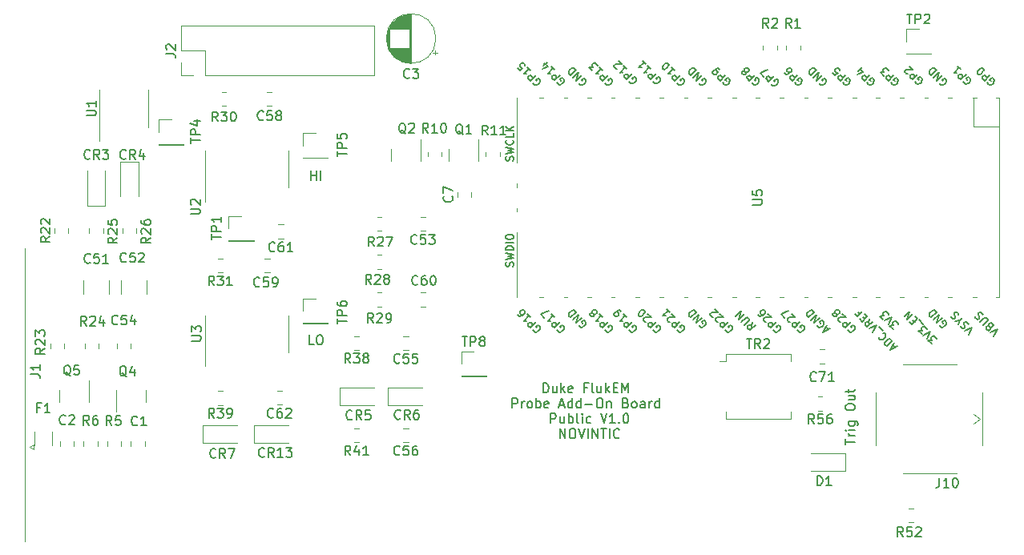
<source format=gbr>
%TF.GenerationSoftware,KiCad,Pcbnew,(6.0.7-1)-1*%
%TF.CreationDate,2022-11-01T15:55:19+01:00*%
%TF.ProjectId,ProbeBoardPublic,50726f62-6542-46f6-9172-645075626c69,Public 1.0*%
%TF.SameCoordinates,Original*%
%TF.FileFunction,Legend,Top*%
%TF.FilePolarity,Positive*%
%FSLAX46Y46*%
G04 Gerber Fmt 4.6, Leading zero omitted, Abs format (unit mm)*
G04 Created by KiCad (PCBNEW (6.0.7-1)-1) date 2022-11-01 15:55:19*
%MOMM*%
%LPD*%
G01*
G04 APERTURE LIST*
%ADD10C,0.200000*%
%ADD11C,0.150000*%
%ADD12C,0.120000*%
G04 APERTURE END LIST*
D10*
X138776190Y-90152380D02*
X138776190Y-89152380D01*
X138776190Y-89628571D02*
X139347619Y-89628571D01*
X139347619Y-90152380D02*
X139347619Y-89152380D01*
X139823809Y-90152380D02*
X139823809Y-89152380D01*
X139085714Y-107552380D02*
X138609523Y-107552380D01*
X138609523Y-106552380D01*
X139609523Y-106552380D02*
X139800000Y-106552380D01*
X139895238Y-106600000D01*
X139990476Y-106695238D01*
X140038095Y-106885714D01*
X140038095Y-107219047D01*
X139990476Y-107409523D01*
X139895238Y-107504761D01*
X139800000Y-107552380D01*
X139609523Y-107552380D01*
X139514285Y-107504761D01*
X139419047Y-107409523D01*
X139371428Y-107219047D01*
X139371428Y-106885714D01*
X139419047Y-106695238D01*
X139514285Y-106600000D01*
X139609523Y-106552380D01*
D11*
X163319047Y-112637380D02*
X163319047Y-111637380D01*
X163557142Y-111637380D01*
X163700000Y-111685000D01*
X163795238Y-111780238D01*
X163842857Y-111875476D01*
X163890476Y-112065952D01*
X163890476Y-112208809D01*
X163842857Y-112399285D01*
X163795238Y-112494523D01*
X163700000Y-112589761D01*
X163557142Y-112637380D01*
X163319047Y-112637380D01*
X164747619Y-111970714D02*
X164747619Y-112637380D01*
X164319047Y-111970714D02*
X164319047Y-112494523D01*
X164366666Y-112589761D01*
X164461904Y-112637380D01*
X164604761Y-112637380D01*
X164700000Y-112589761D01*
X164747619Y-112542142D01*
X165223809Y-112637380D02*
X165223809Y-111637380D01*
X165319047Y-112256428D02*
X165604761Y-112637380D01*
X165604761Y-111970714D02*
X165223809Y-112351666D01*
X166414285Y-112589761D02*
X166319047Y-112637380D01*
X166128571Y-112637380D01*
X166033333Y-112589761D01*
X165985714Y-112494523D01*
X165985714Y-112113571D01*
X166033333Y-112018333D01*
X166128571Y-111970714D01*
X166319047Y-111970714D01*
X166414285Y-112018333D01*
X166461904Y-112113571D01*
X166461904Y-112208809D01*
X165985714Y-112304047D01*
X167985714Y-112113571D02*
X167652380Y-112113571D01*
X167652380Y-112637380D02*
X167652380Y-111637380D01*
X168128571Y-111637380D01*
X168652380Y-112637380D02*
X168557142Y-112589761D01*
X168509523Y-112494523D01*
X168509523Y-111637380D01*
X169461904Y-111970714D02*
X169461904Y-112637380D01*
X169033333Y-111970714D02*
X169033333Y-112494523D01*
X169080952Y-112589761D01*
X169176190Y-112637380D01*
X169319047Y-112637380D01*
X169414285Y-112589761D01*
X169461904Y-112542142D01*
X169938095Y-112637380D02*
X169938095Y-111637380D01*
X170033333Y-112256428D02*
X170319047Y-112637380D01*
X170319047Y-111970714D02*
X169938095Y-112351666D01*
X170747619Y-112113571D02*
X171080952Y-112113571D01*
X171223809Y-112637380D02*
X170747619Y-112637380D01*
X170747619Y-111637380D01*
X171223809Y-111637380D01*
X171652380Y-112637380D02*
X171652380Y-111637380D01*
X171985714Y-112351666D01*
X172319047Y-111637380D01*
X172319047Y-112637380D01*
X160057142Y-114247380D02*
X160057142Y-113247380D01*
X160438095Y-113247380D01*
X160533333Y-113295000D01*
X160580952Y-113342619D01*
X160628571Y-113437857D01*
X160628571Y-113580714D01*
X160580952Y-113675952D01*
X160533333Y-113723571D01*
X160438095Y-113771190D01*
X160057142Y-113771190D01*
X161057142Y-114247380D02*
X161057142Y-113580714D01*
X161057142Y-113771190D02*
X161104761Y-113675952D01*
X161152380Y-113628333D01*
X161247619Y-113580714D01*
X161342857Y-113580714D01*
X161819047Y-114247380D02*
X161723809Y-114199761D01*
X161676190Y-114152142D01*
X161628571Y-114056904D01*
X161628571Y-113771190D01*
X161676190Y-113675952D01*
X161723809Y-113628333D01*
X161819047Y-113580714D01*
X161961904Y-113580714D01*
X162057142Y-113628333D01*
X162104761Y-113675952D01*
X162152380Y-113771190D01*
X162152380Y-114056904D01*
X162104761Y-114152142D01*
X162057142Y-114199761D01*
X161961904Y-114247380D01*
X161819047Y-114247380D01*
X162580952Y-114247380D02*
X162580952Y-113247380D01*
X162580952Y-113628333D02*
X162676190Y-113580714D01*
X162866666Y-113580714D01*
X162961904Y-113628333D01*
X163009523Y-113675952D01*
X163057142Y-113771190D01*
X163057142Y-114056904D01*
X163009523Y-114152142D01*
X162961904Y-114199761D01*
X162866666Y-114247380D01*
X162676190Y-114247380D01*
X162580952Y-114199761D01*
X163866666Y-114199761D02*
X163771428Y-114247380D01*
X163580952Y-114247380D01*
X163485714Y-114199761D01*
X163438095Y-114104523D01*
X163438095Y-113723571D01*
X163485714Y-113628333D01*
X163580952Y-113580714D01*
X163771428Y-113580714D01*
X163866666Y-113628333D01*
X163914285Y-113723571D01*
X163914285Y-113818809D01*
X163438095Y-113914047D01*
X165057142Y-113961666D02*
X165533333Y-113961666D01*
X164961904Y-114247380D02*
X165295238Y-113247380D01*
X165628571Y-114247380D01*
X166390476Y-114247380D02*
X166390476Y-113247380D01*
X166390476Y-114199761D02*
X166295238Y-114247380D01*
X166104761Y-114247380D01*
X166009523Y-114199761D01*
X165961904Y-114152142D01*
X165914285Y-114056904D01*
X165914285Y-113771190D01*
X165961904Y-113675952D01*
X166009523Y-113628333D01*
X166104761Y-113580714D01*
X166295238Y-113580714D01*
X166390476Y-113628333D01*
X167295238Y-114247380D02*
X167295238Y-113247380D01*
X167295238Y-114199761D02*
X167200000Y-114247380D01*
X167009523Y-114247380D01*
X166914285Y-114199761D01*
X166866666Y-114152142D01*
X166819047Y-114056904D01*
X166819047Y-113771190D01*
X166866666Y-113675952D01*
X166914285Y-113628333D01*
X167009523Y-113580714D01*
X167200000Y-113580714D01*
X167295238Y-113628333D01*
X167771428Y-113866428D02*
X168533333Y-113866428D01*
X169200000Y-113247380D02*
X169390476Y-113247380D01*
X169485714Y-113295000D01*
X169580952Y-113390238D01*
X169628571Y-113580714D01*
X169628571Y-113914047D01*
X169580952Y-114104523D01*
X169485714Y-114199761D01*
X169390476Y-114247380D01*
X169200000Y-114247380D01*
X169104761Y-114199761D01*
X169009523Y-114104523D01*
X168961904Y-113914047D01*
X168961904Y-113580714D01*
X169009523Y-113390238D01*
X169104761Y-113295000D01*
X169200000Y-113247380D01*
X170057142Y-113580714D02*
X170057142Y-114247380D01*
X170057142Y-113675952D02*
X170104761Y-113628333D01*
X170200000Y-113580714D01*
X170342857Y-113580714D01*
X170438095Y-113628333D01*
X170485714Y-113723571D01*
X170485714Y-114247380D01*
X172057142Y-113723571D02*
X172200000Y-113771190D01*
X172247619Y-113818809D01*
X172295238Y-113914047D01*
X172295238Y-114056904D01*
X172247619Y-114152142D01*
X172200000Y-114199761D01*
X172104761Y-114247380D01*
X171723809Y-114247380D01*
X171723809Y-113247380D01*
X172057142Y-113247380D01*
X172152380Y-113295000D01*
X172200000Y-113342619D01*
X172247619Y-113437857D01*
X172247619Y-113533095D01*
X172200000Y-113628333D01*
X172152380Y-113675952D01*
X172057142Y-113723571D01*
X171723809Y-113723571D01*
X172866666Y-114247380D02*
X172771428Y-114199761D01*
X172723809Y-114152142D01*
X172676190Y-114056904D01*
X172676190Y-113771190D01*
X172723809Y-113675952D01*
X172771428Y-113628333D01*
X172866666Y-113580714D01*
X173009523Y-113580714D01*
X173104761Y-113628333D01*
X173152380Y-113675952D01*
X173200000Y-113771190D01*
X173200000Y-114056904D01*
X173152380Y-114152142D01*
X173104761Y-114199761D01*
X173009523Y-114247380D01*
X172866666Y-114247380D01*
X174057142Y-114247380D02*
X174057142Y-113723571D01*
X174009523Y-113628333D01*
X173914285Y-113580714D01*
X173723809Y-113580714D01*
X173628571Y-113628333D01*
X174057142Y-114199761D02*
X173961904Y-114247380D01*
X173723809Y-114247380D01*
X173628571Y-114199761D01*
X173580952Y-114104523D01*
X173580952Y-114009285D01*
X173628571Y-113914047D01*
X173723809Y-113866428D01*
X173961904Y-113866428D01*
X174057142Y-113818809D01*
X174533333Y-114247380D02*
X174533333Y-113580714D01*
X174533333Y-113771190D02*
X174580952Y-113675952D01*
X174628571Y-113628333D01*
X174723809Y-113580714D01*
X174819047Y-113580714D01*
X175580952Y-114247380D02*
X175580952Y-113247380D01*
X175580952Y-114199761D02*
X175485714Y-114247380D01*
X175295238Y-114247380D01*
X175200000Y-114199761D01*
X175152380Y-114152142D01*
X175104761Y-114056904D01*
X175104761Y-113771190D01*
X175152380Y-113675952D01*
X175200000Y-113628333D01*
X175295238Y-113580714D01*
X175485714Y-113580714D01*
X175580952Y-113628333D01*
X164104761Y-115857380D02*
X164104761Y-114857380D01*
X164485714Y-114857380D01*
X164580952Y-114905000D01*
X164628571Y-114952619D01*
X164676190Y-115047857D01*
X164676190Y-115190714D01*
X164628571Y-115285952D01*
X164580952Y-115333571D01*
X164485714Y-115381190D01*
X164104761Y-115381190D01*
X165533333Y-115190714D02*
X165533333Y-115857380D01*
X165104761Y-115190714D02*
X165104761Y-115714523D01*
X165152380Y-115809761D01*
X165247619Y-115857380D01*
X165390476Y-115857380D01*
X165485714Y-115809761D01*
X165533333Y-115762142D01*
X166009523Y-115857380D02*
X166009523Y-114857380D01*
X166009523Y-115238333D02*
X166104761Y-115190714D01*
X166295238Y-115190714D01*
X166390476Y-115238333D01*
X166438095Y-115285952D01*
X166485714Y-115381190D01*
X166485714Y-115666904D01*
X166438095Y-115762142D01*
X166390476Y-115809761D01*
X166295238Y-115857380D01*
X166104761Y-115857380D01*
X166009523Y-115809761D01*
X167057142Y-115857380D02*
X166961904Y-115809761D01*
X166914285Y-115714523D01*
X166914285Y-114857380D01*
X167438095Y-115857380D02*
X167438095Y-115190714D01*
X167438095Y-114857380D02*
X167390476Y-114905000D01*
X167438095Y-114952619D01*
X167485714Y-114905000D01*
X167438095Y-114857380D01*
X167438095Y-114952619D01*
X168342857Y-115809761D02*
X168247619Y-115857380D01*
X168057142Y-115857380D01*
X167961904Y-115809761D01*
X167914285Y-115762142D01*
X167866666Y-115666904D01*
X167866666Y-115381190D01*
X167914285Y-115285952D01*
X167961904Y-115238333D01*
X168057142Y-115190714D01*
X168247619Y-115190714D01*
X168342857Y-115238333D01*
X169390476Y-114857380D02*
X169723809Y-115857380D01*
X170057142Y-114857380D01*
X170914285Y-115857380D02*
X170342857Y-115857380D01*
X170628571Y-115857380D02*
X170628571Y-114857380D01*
X170533333Y-115000238D01*
X170438095Y-115095476D01*
X170342857Y-115143095D01*
X171342857Y-115762142D02*
X171390476Y-115809761D01*
X171342857Y-115857380D01*
X171295238Y-115809761D01*
X171342857Y-115762142D01*
X171342857Y-115857380D01*
X172009523Y-114857380D02*
X172104761Y-114857380D01*
X172200000Y-114905000D01*
X172247619Y-114952619D01*
X172295238Y-115047857D01*
X172342857Y-115238333D01*
X172342857Y-115476428D01*
X172295238Y-115666904D01*
X172247619Y-115762142D01*
X172200000Y-115809761D01*
X172104761Y-115857380D01*
X172009523Y-115857380D01*
X171914285Y-115809761D01*
X171866666Y-115762142D01*
X171819047Y-115666904D01*
X171771428Y-115476428D01*
X171771428Y-115238333D01*
X171819047Y-115047857D01*
X171866666Y-114952619D01*
X171914285Y-114905000D01*
X172009523Y-114857380D01*
X165080952Y-117467380D02*
X165080952Y-116467380D01*
X165652380Y-117467380D01*
X165652380Y-116467380D01*
X166319047Y-116467380D02*
X166509523Y-116467380D01*
X166604761Y-116515000D01*
X166700000Y-116610238D01*
X166747619Y-116800714D01*
X166747619Y-117134047D01*
X166700000Y-117324523D01*
X166604761Y-117419761D01*
X166509523Y-117467380D01*
X166319047Y-117467380D01*
X166223809Y-117419761D01*
X166128571Y-117324523D01*
X166080952Y-117134047D01*
X166080952Y-116800714D01*
X166128571Y-116610238D01*
X166223809Y-116515000D01*
X166319047Y-116467380D01*
X167033333Y-116467380D02*
X167366666Y-117467380D01*
X167700000Y-116467380D01*
X168033333Y-117467380D02*
X168033333Y-116467380D01*
X168509523Y-117467380D02*
X168509523Y-116467380D01*
X169080952Y-117467380D01*
X169080952Y-116467380D01*
X169414285Y-116467380D02*
X169985714Y-116467380D01*
X169700000Y-117467380D02*
X169700000Y-116467380D01*
X170319047Y-117467380D02*
X170319047Y-116467380D01*
X171366666Y-117372142D02*
X171319047Y-117419761D01*
X171176190Y-117467380D01*
X171080952Y-117467380D01*
X170938095Y-117419761D01*
X170842857Y-117324523D01*
X170795238Y-117229285D01*
X170747619Y-117038809D01*
X170747619Y-116895952D01*
X170795238Y-116705476D01*
X170842857Y-116610238D01*
X170938095Y-116515000D01*
X171080952Y-116467380D01*
X171176190Y-116467380D01*
X171319047Y-116515000D01*
X171366666Y-116562619D01*
%TO.C,C60*%
X150057142Y-101157142D02*
X150009523Y-101204761D01*
X149866666Y-101252380D01*
X149771428Y-101252380D01*
X149628571Y-101204761D01*
X149533333Y-101109523D01*
X149485714Y-101014285D01*
X149438095Y-100823809D01*
X149438095Y-100680952D01*
X149485714Y-100490476D01*
X149533333Y-100395238D01*
X149628571Y-100300000D01*
X149771428Y-100252380D01*
X149866666Y-100252380D01*
X150009523Y-100300000D01*
X150057142Y-100347619D01*
X150914285Y-100252380D02*
X150723809Y-100252380D01*
X150628571Y-100300000D01*
X150580952Y-100347619D01*
X150485714Y-100490476D01*
X150438095Y-100680952D01*
X150438095Y-101061904D01*
X150485714Y-101157142D01*
X150533333Y-101204761D01*
X150628571Y-101252380D01*
X150819047Y-101252380D01*
X150914285Y-101204761D01*
X150961904Y-101157142D01*
X151009523Y-101061904D01*
X151009523Y-100823809D01*
X150961904Y-100728571D01*
X150914285Y-100680952D01*
X150819047Y-100633333D01*
X150628571Y-100633333D01*
X150533333Y-100680952D01*
X150485714Y-100728571D01*
X150438095Y-100823809D01*
X151628571Y-100252380D02*
X151723809Y-100252380D01*
X151819047Y-100300000D01*
X151866666Y-100347619D01*
X151914285Y-100442857D01*
X151961904Y-100633333D01*
X151961904Y-100871428D01*
X151914285Y-101061904D01*
X151866666Y-101157142D01*
X151819047Y-101204761D01*
X151723809Y-101252380D01*
X151628571Y-101252380D01*
X151533333Y-101204761D01*
X151485714Y-101157142D01*
X151438095Y-101061904D01*
X151390476Y-100871428D01*
X151390476Y-100633333D01*
X151438095Y-100442857D01*
X151485714Y-100347619D01*
X151533333Y-100300000D01*
X151628571Y-100252380D01*
%TO.C,J2*%
X123472380Y-76803333D02*
X124186666Y-76803333D01*
X124329523Y-76850952D01*
X124424761Y-76946190D01*
X124472380Y-77089047D01*
X124472380Y-77184285D01*
X123567619Y-76374761D02*
X123520000Y-76327142D01*
X123472380Y-76231904D01*
X123472380Y-75993809D01*
X123520000Y-75898571D01*
X123567619Y-75850952D01*
X123662857Y-75803333D01*
X123758095Y-75803333D01*
X123900952Y-75850952D01*
X124472380Y-76422380D01*
X124472380Y-75803333D01*
%TO.C,TP6*%
X141552380Y-105361904D02*
X141552380Y-104790476D01*
X142552380Y-105076190D02*
X141552380Y-105076190D01*
X142552380Y-104457142D02*
X141552380Y-104457142D01*
X141552380Y-104076190D01*
X141600000Y-103980952D01*
X141647619Y-103933333D01*
X141742857Y-103885714D01*
X141885714Y-103885714D01*
X141980952Y-103933333D01*
X142028571Y-103980952D01*
X142076190Y-104076190D01*
X142076190Y-104457142D01*
X141552380Y-103028571D02*
X141552380Y-103219047D01*
X141600000Y-103314285D01*
X141647619Y-103361904D01*
X141790476Y-103457142D01*
X141980952Y-103504761D01*
X142361904Y-103504761D01*
X142457142Y-103457142D01*
X142504761Y-103409523D01*
X142552380Y-103314285D01*
X142552380Y-103123809D01*
X142504761Y-103028571D01*
X142457142Y-102980952D01*
X142361904Y-102933333D01*
X142123809Y-102933333D01*
X142028571Y-102980952D01*
X141980952Y-103028571D01*
X141933333Y-103123809D01*
X141933333Y-103314285D01*
X141980952Y-103409523D01*
X142028571Y-103457142D01*
X142123809Y-103504761D01*
%TO.C,U2*%
X126052380Y-93761904D02*
X126861904Y-93761904D01*
X126957142Y-93714285D01*
X127004761Y-93666666D01*
X127052380Y-93571428D01*
X127052380Y-93380952D01*
X127004761Y-93285714D01*
X126957142Y-93238095D01*
X126861904Y-93190476D01*
X126052380Y-93190476D01*
X126147619Y-92761904D02*
X126100000Y-92714285D01*
X126052380Y-92619047D01*
X126052380Y-92380952D01*
X126100000Y-92285714D01*
X126147619Y-92238095D01*
X126242857Y-92190476D01*
X126338095Y-92190476D01*
X126480952Y-92238095D01*
X127052380Y-92809523D01*
X127052380Y-92190476D01*
%TO.C,R27*%
X145457142Y-97152380D02*
X145123809Y-96676190D01*
X144885714Y-97152380D02*
X144885714Y-96152380D01*
X145266666Y-96152380D01*
X145361904Y-96200000D01*
X145409523Y-96247619D01*
X145457142Y-96342857D01*
X145457142Y-96485714D01*
X145409523Y-96580952D01*
X145361904Y-96628571D01*
X145266666Y-96676190D01*
X144885714Y-96676190D01*
X145838095Y-96247619D02*
X145885714Y-96200000D01*
X145980952Y-96152380D01*
X146219047Y-96152380D01*
X146314285Y-96200000D01*
X146361904Y-96247619D01*
X146409523Y-96342857D01*
X146409523Y-96438095D01*
X146361904Y-96580952D01*
X145790476Y-97152380D01*
X146409523Y-97152380D01*
X146742857Y-96152380D02*
X147409523Y-96152380D01*
X146980952Y-97152380D01*
%TO.C,Q1*%
X154838093Y-85347619D02*
X154742855Y-85300000D01*
X154647617Y-85204761D01*
X154504760Y-85061904D01*
X154409522Y-85014285D01*
X154314284Y-85014285D01*
X154361903Y-85252380D02*
X154266665Y-85204761D01*
X154171427Y-85109523D01*
X154123808Y-84919047D01*
X154123808Y-84585714D01*
X154171427Y-84395238D01*
X154266665Y-84300000D01*
X154361903Y-84252380D01*
X154552379Y-84252380D01*
X154647617Y-84300000D01*
X154742855Y-84395238D01*
X154790474Y-84585714D01*
X154790474Y-84919047D01*
X154742855Y-85109523D01*
X154647617Y-85204761D01*
X154552379Y-85252380D01*
X154361903Y-85252380D01*
X155742855Y-85252380D02*
X155171427Y-85252380D01*
X155457141Y-85252380D02*
X155457141Y-84252380D01*
X155361903Y-84395238D01*
X155266665Y-84490476D01*
X155171427Y-84538095D01*
%TO.C,C55*%
X148157142Y-109437142D02*
X148109523Y-109484761D01*
X147966666Y-109532380D01*
X147871428Y-109532380D01*
X147728571Y-109484761D01*
X147633333Y-109389523D01*
X147585714Y-109294285D01*
X147538095Y-109103809D01*
X147538095Y-108960952D01*
X147585714Y-108770476D01*
X147633333Y-108675238D01*
X147728571Y-108580000D01*
X147871428Y-108532380D01*
X147966666Y-108532380D01*
X148109523Y-108580000D01*
X148157142Y-108627619D01*
X149061904Y-108532380D02*
X148585714Y-108532380D01*
X148538095Y-109008571D01*
X148585714Y-108960952D01*
X148680952Y-108913333D01*
X148919047Y-108913333D01*
X149014285Y-108960952D01*
X149061904Y-109008571D01*
X149109523Y-109103809D01*
X149109523Y-109341904D01*
X149061904Y-109437142D01*
X149014285Y-109484761D01*
X148919047Y-109532380D01*
X148680952Y-109532380D01*
X148585714Y-109484761D01*
X148538095Y-109437142D01*
X150014285Y-108532380D02*
X149538095Y-108532380D01*
X149490476Y-109008571D01*
X149538095Y-108960952D01*
X149633333Y-108913333D01*
X149871428Y-108913333D01*
X149966666Y-108960952D01*
X150014285Y-109008571D01*
X150061904Y-109103809D01*
X150061904Y-109341904D01*
X150014285Y-109437142D01*
X149966666Y-109484761D01*
X149871428Y-109532380D01*
X149633333Y-109532380D01*
X149538095Y-109484761D01*
X149490476Y-109437142D01*
%TO.C,U5*%
X185452380Y-92761904D02*
X186261904Y-92761904D01*
X186357142Y-92714285D01*
X186404761Y-92666666D01*
X186452380Y-92571428D01*
X186452380Y-92380952D01*
X186404761Y-92285714D01*
X186357142Y-92238095D01*
X186261904Y-92190476D01*
X185452380Y-92190476D01*
X185452380Y-91238095D02*
X185452380Y-91714285D01*
X185928571Y-91761904D01*
X185880952Y-91714285D01*
X185833333Y-91619047D01*
X185833333Y-91380952D01*
X185880952Y-91285714D01*
X185928571Y-91238095D01*
X186023809Y-91190476D01*
X186261904Y-91190476D01*
X186357142Y-91238095D01*
X186404761Y-91285714D01*
X186452380Y-91380952D01*
X186452380Y-91619047D01*
X186404761Y-91714285D01*
X186357142Y-91761904D01*
X207721218Y-79786903D02*
X207748155Y-79867715D01*
X207828967Y-79948528D01*
X207936717Y-80002402D01*
X208044467Y-80002402D01*
X208125279Y-79975465D01*
X208259966Y-79894653D01*
X208340778Y-79813841D01*
X208421590Y-79679154D01*
X208448528Y-79598341D01*
X208448528Y-79490592D01*
X208394653Y-79382842D01*
X208340778Y-79328967D01*
X208233028Y-79275093D01*
X208179154Y-79275093D01*
X207990592Y-79463654D01*
X208098341Y-79571404D01*
X207990592Y-78978781D02*
X207424906Y-79544467D01*
X207209407Y-79328967D01*
X207182470Y-79248155D01*
X207182470Y-79194280D01*
X207209407Y-79113468D01*
X207290219Y-79032656D01*
X207371032Y-79005719D01*
X207424906Y-79005719D01*
X207505719Y-79032656D01*
X207721218Y-79248155D01*
X207128595Y-78116784D02*
X207451844Y-78440033D01*
X207290219Y-78278409D02*
X206724534Y-78844094D01*
X206859221Y-78817157D01*
X206966971Y-78817157D01*
X207047783Y-78844094D01*
X160123809Y-99295238D02*
X160161904Y-99180952D01*
X160161904Y-98990476D01*
X160123809Y-98914285D01*
X160085714Y-98876190D01*
X160009523Y-98838095D01*
X159933333Y-98838095D01*
X159857142Y-98876190D01*
X159819047Y-98914285D01*
X159780952Y-98990476D01*
X159742857Y-99142857D01*
X159704761Y-99219047D01*
X159666666Y-99257142D01*
X159590476Y-99295238D01*
X159514285Y-99295238D01*
X159438095Y-99257142D01*
X159400000Y-99219047D01*
X159361904Y-99142857D01*
X159361904Y-98952380D01*
X159400000Y-98838095D01*
X159361904Y-98571428D02*
X160161904Y-98380952D01*
X159590476Y-98228571D01*
X160161904Y-98076190D01*
X159361904Y-97885714D01*
X160161904Y-97580952D02*
X159361904Y-97580952D01*
X159361904Y-97390476D01*
X159400000Y-97276190D01*
X159476190Y-97200000D01*
X159552380Y-97161904D01*
X159704761Y-97123809D01*
X159819047Y-97123809D01*
X159971428Y-97161904D01*
X160047619Y-97200000D01*
X160123809Y-97276190D01*
X160161904Y-97390476D01*
X160161904Y-97580952D01*
X160161904Y-96780952D02*
X159361904Y-96780952D01*
X159361904Y-96247619D02*
X159361904Y-96095238D01*
X159400000Y-96019047D01*
X159476190Y-95942857D01*
X159628571Y-95904761D01*
X159895238Y-95904761D01*
X160047619Y-95942857D01*
X160123809Y-96019047D01*
X160161904Y-96095238D01*
X160161904Y-96247619D01*
X160123809Y-96323809D01*
X160047619Y-96400000D01*
X159895238Y-96438095D01*
X159628571Y-96438095D01*
X159476190Y-96400000D01*
X159400000Y-96323809D01*
X159361904Y-96247619D01*
X160123809Y-88109523D02*
X160161904Y-87995238D01*
X160161904Y-87804761D01*
X160123809Y-87728571D01*
X160085714Y-87690476D01*
X160009523Y-87652380D01*
X159933333Y-87652380D01*
X159857142Y-87690476D01*
X159819047Y-87728571D01*
X159780952Y-87804761D01*
X159742857Y-87957142D01*
X159704761Y-88033333D01*
X159666666Y-88071428D01*
X159590476Y-88109523D01*
X159514285Y-88109523D01*
X159438095Y-88071428D01*
X159400000Y-88033333D01*
X159361904Y-87957142D01*
X159361904Y-87766666D01*
X159400000Y-87652380D01*
X159361904Y-87385714D02*
X160161904Y-87195238D01*
X159590476Y-87042857D01*
X160161904Y-86890476D01*
X159361904Y-86700000D01*
X160085714Y-85938095D02*
X160123809Y-85976190D01*
X160161904Y-86090476D01*
X160161904Y-86166666D01*
X160123809Y-86280952D01*
X160047619Y-86357142D01*
X159971428Y-86395238D01*
X159819047Y-86433333D01*
X159704761Y-86433333D01*
X159552380Y-86395238D01*
X159476190Y-86357142D01*
X159400000Y-86280952D01*
X159361904Y-86166666D01*
X159361904Y-86090476D01*
X159400000Y-85976190D01*
X159438095Y-85938095D01*
X160161904Y-85214285D02*
X160161904Y-85595238D01*
X159361904Y-85595238D01*
X160161904Y-84947619D02*
X159361904Y-84947619D01*
X160161904Y-84490476D02*
X159704761Y-84833333D01*
X159361904Y-84490476D02*
X159819047Y-84947619D01*
X177500592Y-79902277D02*
X177527529Y-79983089D01*
X177608341Y-80063902D01*
X177716091Y-80117776D01*
X177823841Y-80117776D01*
X177904653Y-80090839D01*
X178039340Y-80010027D01*
X178120152Y-79929215D01*
X178200964Y-79794528D01*
X178227902Y-79713715D01*
X178227902Y-79605966D01*
X178174027Y-79498216D01*
X178120152Y-79444341D01*
X178012402Y-79390467D01*
X177958528Y-79390467D01*
X177769966Y-79579028D01*
X177877715Y-79686778D01*
X177769966Y-79094155D02*
X177204280Y-79659841D01*
X176988781Y-79444341D01*
X176961844Y-79363529D01*
X176961844Y-79309654D01*
X176988781Y-79228842D01*
X177069593Y-79148030D01*
X177150406Y-79121093D01*
X177204280Y-79121093D01*
X177285093Y-79148030D01*
X177500592Y-79363529D01*
X176907969Y-78232158D02*
X177231218Y-78555407D01*
X177069593Y-78393783D02*
X176503908Y-78959468D01*
X176638595Y-78932531D01*
X176746345Y-78932531D01*
X176827157Y-78959468D01*
X175992097Y-78447658D02*
X175938223Y-78393783D01*
X175911285Y-78312971D01*
X175911285Y-78259096D01*
X175938223Y-78178284D01*
X176019035Y-78043597D01*
X176153722Y-77908910D01*
X176288409Y-77828097D01*
X176369221Y-77801160D01*
X176423096Y-77801160D01*
X176503908Y-77828097D01*
X176557783Y-77881972D01*
X176584720Y-77962784D01*
X176584720Y-78016659D01*
X176557783Y-78097471D01*
X176476971Y-78232158D01*
X176342284Y-78366845D01*
X176207597Y-78447658D01*
X176126784Y-78474595D01*
X176072910Y-78474595D01*
X175992097Y-78447658D01*
X202631218Y-79786903D02*
X202658155Y-79867715D01*
X202738967Y-79948528D01*
X202846717Y-80002402D01*
X202954467Y-80002402D01*
X203035279Y-79975465D01*
X203169966Y-79894653D01*
X203250778Y-79813841D01*
X203331590Y-79679154D01*
X203358528Y-79598341D01*
X203358528Y-79490592D01*
X203304653Y-79382842D01*
X203250778Y-79328967D01*
X203143028Y-79275093D01*
X203089154Y-79275093D01*
X202900592Y-79463654D01*
X203008341Y-79571404D01*
X202900592Y-78978781D02*
X202334906Y-79544467D01*
X202119407Y-79328967D01*
X202092470Y-79248155D01*
X202092470Y-79194280D01*
X202119407Y-79113468D01*
X202200219Y-79032656D01*
X202281032Y-79005719D01*
X202334906Y-79005719D01*
X202415719Y-79032656D01*
X202631218Y-79248155D01*
X201850033Y-78951844D02*
X201796158Y-78951844D01*
X201715346Y-78924906D01*
X201580659Y-78790219D01*
X201553722Y-78709407D01*
X201553722Y-78655532D01*
X201580659Y-78574720D01*
X201634534Y-78520845D01*
X201742284Y-78466971D01*
X202388781Y-78466971D01*
X202038595Y-78116784D01*
X200091218Y-79886903D02*
X200118155Y-79967715D01*
X200198967Y-80048528D01*
X200306717Y-80102402D01*
X200414467Y-80102402D01*
X200495279Y-80075465D01*
X200629966Y-79994653D01*
X200710778Y-79913841D01*
X200791590Y-79779154D01*
X200818528Y-79698341D01*
X200818528Y-79590592D01*
X200764653Y-79482842D01*
X200710778Y-79428967D01*
X200603028Y-79375093D01*
X200549154Y-79375093D01*
X200360592Y-79563654D01*
X200468341Y-79671404D01*
X200360592Y-79078781D02*
X199794906Y-79644467D01*
X199579407Y-79428967D01*
X199552470Y-79348155D01*
X199552470Y-79294280D01*
X199579407Y-79213468D01*
X199660219Y-79132656D01*
X199741032Y-79105719D01*
X199794906Y-79105719D01*
X199875719Y-79132656D01*
X200091218Y-79348155D01*
X199283096Y-79132656D02*
X198932910Y-78782470D01*
X199336971Y-78755532D01*
X199256158Y-78674720D01*
X199229221Y-78593908D01*
X199229221Y-78540033D01*
X199256158Y-78459221D01*
X199390845Y-78324534D01*
X199471658Y-78297597D01*
X199525532Y-78297597D01*
X199606345Y-78324534D01*
X199767969Y-78486158D01*
X199794906Y-78566971D01*
X199794906Y-78620845D01*
X182311218Y-79886903D02*
X182338155Y-79967715D01*
X182418967Y-80048528D01*
X182526717Y-80102402D01*
X182634467Y-80102402D01*
X182715279Y-80075465D01*
X182849966Y-79994653D01*
X182930778Y-79913841D01*
X183011590Y-79779154D01*
X183038528Y-79698341D01*
X183038528Y-79590592D01*
X182984653Y-79482842D01*
X182930778Y-79428967D01*
X182823028Y-79375093D01*
X182769154Y-79375093D01*
X182580592Y-79563654D01*
X182688341Y-79671404D01*
X182580592Y-79078781D02*
X182014906Y-79644467D01*
X181799407Y-79428967D01*
X181772470Y-79348155D01*
X181772470Y-79294280D01*
X181799407Y-79213468D01*
X181880219Y-79132656D01*
X181961032Y-79105719D01*
X182014906Y-79105719D01*
X182095719Y-79132656D01*
X182311218Y-79348155D01*
X181987969Y-78486158D02*
X181880219Y-78378409D01*
X181799407Y-78351471D01*
X181745532Y-78351471D01*
X181610845Y-78378409D01*
X181476158Y-78459221D01*
X181260659Y-78674720D01*
X181233722Y-78755532D01*
X181233722Y-78809407D01*
X181260659Y-78890219D01*
X181368409Y-78997969D01*
X181449221Y-79024906D01*
X181503096Y-79024906D01*
X181583908Y-78997969D01*
X181718595Y-78863282D01*
X181745532Y-78782470D01*
X181745532Y-78728595D01*
X181718595Y-78647783D01*
X181610845Y-78540033D01*
X181530033Y-78513096D01*
X181476158Y-78513096D01*
X181395346Y-78540033D01*
X169880592Y-79902277D02*
X169907529Y-79983089D01*
X169988341Y-80063902D01*
X170096091Y-80117776D01*
X170203841Y-80117776D01*
X170284653Y-80090839D01*
X170419340Y-80010027D01*
X170500152Y-79929215D01*
X170580964Y-79794528D01*
X170607902Y-79713715D01*
X170607902Y-79605966D01*
X170554027Y-79498216D01*
X170500152Y-79444341D01*
X170392402Y-79390467D01*
X170338528Y-79390467D01*
X170149966Y-79579028D01*
X170257715Y-79686778D01*
X170149966Y-79094155D02*
X169584280Y-79659841D01*
X169368781Y-79444341D01*
X169341844Y-79363529D01*
X169341844Y-79309654D01*
X169368781Y-79228842D01*
X169449593Y-79148030D01*
X169530406Y-79121093D01*
X169584280Y-79121093D01*
X169665093Y-79148030D01*
X169880592Y-79363529D01*
X169287969Y-78232158D02*
X169611218Y-78555407D01*
X169449593Y-78393783D02*
X168883908Y-78959468D01*
X169018595Y-78932531D01*
X169126345Y-78932531D01*
X169207157Y-78959468D01*
X168533722Y-78609282D02*
X168183536Y-78259096D01*
X168587597Y-78232158D01*
X168506784Y-78151346D01*
X168479847Y-78070534D01*
X168479847Y-78016659D01*
X168506784Y-77935847D01*
X168641471Y-77801160D01*
X168722284Y-77774223D01*
X168776158Y-77774223D01*
X168856971Y-77801160D01*
X169018595Y-77962784D01*
X169045532Y-78043597D01*
X169045532Y-78097471D01*
X167098155Y-79913841D02*
X167125093Y-79994653D01*
X167205905Y-80075465D01*
X167313654Y-80129340D01*
X167421404Y-80129340D01*
X167502216Y-80102402D01*
X167636903Y-80021590D01*
X167717715Y-79940778D01*
X167798528Y-79806091D01*
X167825465Y-79725279D01*
X167825465Y-79617529D01*
X167771590Y-79509780D01*
X167717715Y-79455905D01*
X167609966Y-79402030D01*
X167556091Y-79402030D01*
X167367529Y-79590592D01*
X167475279Y-79698341D01*
X167367529Y-79105719D02*
X166801844Y-79671404D01*
X167044280Y-78782470D01*
X166478595Y-79348155D01*
X166774906Y-78513096D02*
X166209221Y-79078781D01*
X166074534Y-78944094D01*
X166020659Y-78836345D01*
X166020659Y-78728595D01*
X166047597Y-78647783D01*
X166128409Y-78513096D01*
X166209221Y-78432284D01*
X166343908Y-78351471D01*
X166424720Y-78324534D01*
X166532470Y-78324534D01*
X166640219Y-78378409D01*
X166774906Y-78513096D01*
X162260592Y-79902277D02*
X162287529Y-79983089D01*
X162368341Y-80063902D01*
X162476091Y-80117776D01*
X162583841Y-80117776D01*
X162664653Y-80090839D01*
X162799340Y-80010027D01*
X162880152Y-79929215D01*
X162960964Y-79794528D01*
X162987902Y-79713715D01*
X162987902Y-79605966D01*
X162934027Y-79498216D01*
X162880152Y-79444341D01*
X162772402Y-79390467D01*
X162718528Y-79390467D01*
X162529966Y-79579028D01*
X162637715Y-79686778D01*
X162529966Y-79094155D02*
X161964280Y-79659841D01*
X161748781Y-79444341D01*
X161721844Y-79363529D01*
X161721844Y-79309654D01*
X161748781Y-79228842D01*
X161829593Y-79148030D01*
X161910406Y-79121093D01*
X161964280Y-79121093D01*
X162045093Y-79148030D01*
X162260592Y-79363529D01*
X161667969Y-78232158D02*
X161991218Y-78555407D01*
X161829593Y-78393783D02*
X161263908Y-78959468D01*
X161398595Y-78932531D01*
X161506345Y-78932531D01*
X161587157Y-78959468D01*
X160590473Y-78286033D02*
X160859847Y-78555407D01*
X161156158Y-78312971D01*
X161102284Y-78312971D01*
X161021471Y-78286033D01*
X160886784Y-78151346D01*
X160859847Y-78070534D01*
X160859847Y-78016659D01*
X160886784Y-77935847D01*
X161021471Y-77801160D01*
X161102284Y-77774223D01*
X161156158Y-77774223D01*
X161236971Y-77801160D01*
X161371658Y-77935847D01*
X161398595Y-78016659D01*
X161398595Y-78070534D01*
X164800592Y-79856277D02*
X164827529Y-79937089D01*
X164908341Y-80017902D01*
X165016091Y-80071776D01*
X165123841Y-80071776D01*
X165204653Y-80044839D01*
X165339340Y-79964027D01*
X165420152Y-79883215D01*
X165500964Y-79748528D01*
X165527902Y-79667715D01*
X165527902Y-79559966D01*
X165474027Y-79452216D01*
X165420152Y-79398341D01*
X165312402Y-79344467D01*
X165258528Y-79344467D01*
X165069966Y-79533028D01*
X165177715Y-79640778D01*
X165069966Y-79048155D02*
X164504280Y-79613841D01*
X164288781Y-79398341D01*
X164261844Y-79317529D01*
X164261844Y-79263654D01*
X164288781Y-79182842D01*
X164369593Y-79102030D01*
X164450406Y-79075093D01*
X164504280Y-79075093D01*
X164585093Y-79102030D01*
X164800592Y-79317529D01*
X164207969Y-78186158D02*
X164531218Y-78509407D01*
X164369593Y-78347783D02*
X163803908Y-78913468D01*
X163938595Y-78886531D01*
X164046345Y-78886531D01*
X164127157Y-78913468D01*
X163345972Y-78078409D02*
X163723096Y-77701285D01*
X163265160Y-78428595D02*
X163803908Y-78159221D01*
X163453722Y-77809035D01*
X177490592Y-106010277D02*
X177517529Y-106091089D01*
X177598341Y-106171902D01*
X177706091Y-106225776D01*
X177813841Y-106225776D01*
X177894653Y-106198839D01*
X178029340Y-106118027D01*
X178110152Y-106037215D01*
X178190964Y-105902528D01*
X178217902Y-105821715D01*
X178217902Y-105713966D01*
X178164027Y-105606216D01*
X178110152Y-105552341D01*
X178002402Y-105498467D01*
X177948528Y-105498467D01*
X177759966Y-105687028D01*
X177867715Y-105794778D01*
X177759966Y-105202155D02*
X177194280Y-105767841D01*
X176978781Y-105552341D01*
X176951844Y-105471529D01*
X176951844Y-105417654D01*
X176978781Y-105336842D01*
X177059593Y-105256030D01*
X177140406Y-105229093D01*
X177194280Y-105229093D01*
X177275093Y-105256030D01*
X177490592Y-105471529D01*
X176709407Y-105175218D02*
X176655532Y-105175218D01*
X176574720Y-105148280D01*
X176440033Y-105013593D01*
X176413096Y-104932781D01*
X176413096Y-104878906D01*
X176440033Y-104798094D01*
X176493908Y-104744219D01*
X176601658Y-104690345D01*
X177248155Y-104690345D01*
X176897969Y-104340158D01*
X176359221Y-103801410D02*
X176682470Y-104124659D01*
X176520845Y-103963035D02*
X175955160Y-104528720D01*
X176089847Y-104501783D01*
X176197597Y-104501783D01*
X176278409Y-104528720D01*
X204358308Y-107477868D02*
X204008122Y-107127682D01*
X204412183Y-107100744D01*
X204331370Y-107019932D01*
X204304433Y-106939120D01*
X204304433Y-106885245D01*
X204331370Y-106804433D01*
X204466057Y-106669746D01*
X204546870Y-106642809D01*
X204600744Y-106642809D01*
X204681557Y-106669746D01*
X204843181Y-106831370D01*
X204870118Y-106912183D01*
X204870118Y-106966057D01*
X203846497Y-106966057D02*
X204223621Y-106211810D01*
X203469374Y-106588934D01*
X203334687Y-106454247D02*
X202984500Y-106104061D01*
X203388561Y-106077123D01*
X203307749Y-105996311D01*
X203280812Y-105915499D01*
X203280812Y-105861624D01*
X203307749Y-105780812D01*
X203442436Y-105646125D01*
X203523248Y-105619187D01*
X203577123Y-105619187D01*
X203657935Y-105646125D01*
X203819560Y-105807749D01*
X203846497Y-105888561D01*
X203846497Y-105942436D01*
X203496311Y-105376751D02*
X203065312Y-104945752D01*
X202580439Y-105161251D02*
X202391877Y-104972690D01*
X202607377Y-104595566D02*
X202876751Y-104864940D01*
X202311065Y-105430625D01*
X202041691Y-105161251D01*
X202364940Y-104353129D02*
X201799255Y-104918815D01*
X202041691Y-104029881D01*
X201476006Y-104595566D01*
X205198155Y-105513841D02*
X205225093Y-105594653D01*
X205305905Y-105675465D01*
X205413654Y-105729340D01*
X205521404Y-105729340D01*
X205602216Y-105702402D01*
X205736903Y-105621590D01*
X205817715Y-105540778D01*
X205898528Y-105406091D01*
X205925465Y-105325279D01*
X205925465Y-105217529D01*
X205871590Y-105109780D01*
X205817715Y-105055905D01*
X205709966Y-105002030D01*
X205656091Y-105002030D01*
X205467529Y-105190592D01*
X205575279Y-105298341D01*
X205467529Y-104705719D02*
X204901844Y-105271404D01*
X205144280Y-104382470D01*
X204578595Y-104948155D01*
X204874906Y-104113096D02*
X204309221Y-104678781D01*
X204174534Y-104544094D01*
X204120659Y-104436345D01*
X204120659Y-104328595D01*
X204147597Y-104247783D01*
X204228409Y-104113096D01*
X204309221Y-104032284D01*
X204443908Y-103951471D01*
X204524720Y-103924534D01*
X204632470Y-103924534D01*
X204740219Y-103978409D01*
X204874906Y-104113096D01*
X172420592Y-106010277D02*
X172447529Y-106091089D01*
X172528341Y-106171902D01*
X172636091Y-106225776D01*
X172743841Y-106225776D01*
X172824653Y-106198839D01*
X172959340Y-106118027D01*
X173040152Y-106037215D01*
X173120964Y-105902528D01*
X173147902Y-105821715D01*
X173147902Y-105713966D01*
X173094027Y-105606216D01*
X173040152Y-105552341D01*
X172932402Y-105498467D01*
X172878528Y-105498467D01*
X172689966Y-105687028D01*
X172797715Y-105794778D01*
X172689966Y-105202155D02*
X172124280Y-105767841D01*
X171908781Y-105552341D01*
X171881844Y-105471529D01*
X171881844Y-105417654D01*
X171908781Y-105336842D01*
X171989593Y-105256030D01*
X172070406Y-105229093D01*
X172124280Y-105229093D01*
X172205093Y-105256030D01*
X172420592Y-105471529D01*
X171827969Y-104340158D02*
X172151218Y-104663407D01*
X171989593Y-104501783D02*
X171423908Y-105067468D01*
X171558595Y-105040531D01*
X171666345Y-105040531D01*
X171747157Y-105067468D01*
X171558595Y-104070784D02*
X171450845Y-103963035D01*
X171370033Y-103936097D01*
X171316158Y-103936097D01*
X171181471Y-103963035D01*
X171046784Y-104043847D01*
X170831285Y-104259346D01*
X170804348Y-104340158D01*
X170804348Y-104394033D01*
X170831285Y-104474845D01*
X170939035Y-104582595D01*
X171019847Y-104609532D01*
X171073722Y-104609532D01*
X171154534Y-104582595D01*
X171289221Y-104447908D01*
X171316158Y-104367096D01*
X171316158Y-104313221D01*
X171289221Y-104232409D01*
X171181471Y-104124659D01*
X171100659Y-104097722D01*
X171046784Y-104097722D01*
X170965972Y-104124659D01*
X164800592Y-106010277D02*
X164827529Y-106091089D01*
X164908341Y-106171902D01*
X165016091Y-106225776D01*
X165123841Y-106225776D01*
X165204653Y-106198839D01*
X165339340Y-106118027D01*
X165420152Y-106037215D01*
X165500964Y-105902528D01*
X165527902Y-105821715D01*
X165527902Y-105713966D01*
X165474027Y-105606216D01*
X165420152Y-105552341D01*
X165312402Y-105498467D01*
X165258528Y-105498467D01*
X165069966Y-105687028D01*
X165177715Y-105794778D01*
X165069966Y-105202155D02*
X164504280Y-105767841D01*
X164288781Y-105552341D01*
X164261844Y-105471529D01*
X164261844Y-105417654D01*
X164288781Y-105336842D01*
X164369593Y-105256030D01*
X164450406Y-105229093D01*
X164504280Y-105229093D01*
X164585093Y-105256030D01*
X164800592Y-105471529D01*
X164207969Y-104340158D02*
X164531218Y-104663407D01*
X164369593Y-104501783D02*
X163803908Y-105067468D01*
X163938595Y-105040531D01*
X164046345Y-105040531D01*
X164127157Y-105067468D01*
X163453722Y-104717282D02*
X163076598Y-104340158D01*
X163884720Y-104016910D01*
X195011218Y-79886903D02*
X195038155Y-79967715D01*
X195118967Y-80048528D01*
X195226717Y-80102402D01*
X195334467Y-80102402D01*
X195415279Y-80075465D01*
X195549966Y-79994653D01*
X195630778Y-79913841D01*
X195711590Y-79779154D01*
X195738528Y-79698341D01*
X195738528Y-79590592D01*
X195684653Y-79482842D01*
X195630778Y-79428967D01*
X195523028Y-79375093D01*
X195469154Y-79375093D01*
X195280592Y-79563654D01*
X195388341Y-79671404D01*
X195280592Y-79078781D02*
X194714906Y-79644467D01*
X194499407Y-79428967D01*
X194472470Y-79348155D01*
X194472470Y-79294280D01*
X194499407Y-79213468D01*
X194580219Y-79132656D01*
X194661032Y-79105719D01*
X194714906Y-79105719D01*
X194795719Y-79132656D01*
X195011218Y-79348155D01*
X193879847Y-78809407D02*
X194149221Y-79078781D01*
X194445532Y-78836345D01*
X194391658Y-78836345D01*
X194310845Y-78809407D01*
X194176158Y-78674720D01*
X194149221Y-78593908D01*
X194149221Y-78540033D01*
X194176158Y-78459221D01*
X194310845Y-78324534D01*
X194391658Y-78297597D01*
X194445532Y-78297597D01*
X194526345Y-78324534D01*
X194661032Y-78459221D01*
X194687969Y-78540033D01*
X194687969Y-78593908D01*
X208249966Y-106479526D02*
X208627089Y-105725279D01*
X207872842Y-106102402D01*
X208249966Y-105402030D02*
X208196091Y-105294280D01*
X208061404Y-105159593D01*
X207980592Y-105132656D01*
X207926717Y-105132656D01*
X207845905Y-105159593D01*
X207792030Y-105213468D01*
X207765093Y-105294280D01*
X207765093Y-105348155D01*
X207792030Y-105428967D01*
X207872842Y-105563654D01*
X207899780Y-105644467D01*
X207899780Y-105698341D01*
X207872842Y-105779154D01*
X207818967Y-105833028D01*
X207738155Y-105859966D01*
X207684280Y-105859966D01*
X207603468Y-105833028D01*
X207468781Y-105698341D01*
X207414906Y-105590592D01*
X207334094Y-104971032D02*
X207603468Y-104701658D01*
X207226345Y-105455905D02*
X207334094Y-104971032D01*
X206849221Y-105078781D01*
X207226345Y-104378409D02*
X207172470Y-104270659D01*
X207037783Y-104135972D01*
X206956971Y-104109035D01*
X206903096Y-104109035D01*
X206822284Y-104135972D01*
X206768409Y-104189847D01*
X206741471Y-104270659D01*
X206741471Y-104324534D01*
X206768409Y-104405346D01*
X206849221Y-104540033D01*
X206876158Y-104620845D01*
X206876158Y-104674720D01*
X206849221Y-104755532D01*
X206795346Y-104809407D01*
X206714534Y-104836345D01*
X206660659Y-104836345D01*
X206579847Y-104809407D01*
X206445160Y-104674720D01*
X206391285Y-104566971D01*
X197551218Y-79886903D02*
X197578155Y-79967715D01*
X197658967Y-80048528D01*
X197766717Y-80102402D01*
X197874467Y-80102402D01*
X197955279Y-80075465D01*
X198089966Y-79994653D01*
X198170778Y-79913841D01*
X198251590Y-79779154D01*
X198278528Y-79698341D01*
X198278528Y-79590592D01*
X198224653Y-79482842D01*
X198170778Y-79428967D01*
X198063028Y-79375093D01*
X198009154Y-79375093D01*
X197820592Y-79563654D01*
X197928341Y-79671404D01*
X197820592Y-79078781D02*
X197254906Y-79644467D01*
X197039407Y-79428967D01*
X197012470Y-79348155D01*
X197012470Y-79294280D01*
X197039407Y-79213468D01*
X197120219Y-79132656D01*
X197201032Y-79105719D01*
X197254906Y-79105719D01*
X197335719Y-79132656D01*
X197551218Y-79348155D01*
X196635346Y-78647783D02*
X197012470Y-78270659D01*
X196554534Y-78997969D02*
X197093282Y-78728595D01*
X196743096Y-78378409D01*
X210927309Y-106646870D02*
X211304433Y-105892622D01*
X210550186Y-106269746D01*
X210442436Y-105623248D02*
X210388561Y-105515499D01*
X210388561Y-105461624D01*
X210415499Y-105380812D01*
X210496311Y-105299999D01*
X210577123Y-105273062D01*
X210630998Y-105273062D01*
X210711810Y-105299999D01*
X210927309Y-105515499D01*
X210361624Y-106081184D01*
X210173062Y-105892622D01*
X210146125Y-105811810D01*
X210146125Y-105757935D01*
X210173062Y-105677123D01*
X210226937Y-105623248D01*
X210307749Y-105596311D01*
X210361624Y-105596311D01*
X210442436Y-105623248D01*
X210630998Y-105811810D01*
X209795938Y-105515499D02*
X210253874Y-105057563D01*
X210280812Y-104976751D01*
X210280812Y-104922876D01*
X210253874Y-104842064D01*
X210146125Y-104734314D01*
X210065312Y-104707377D01*
X210011438Y-104707377D01*
X209930625Y-104734314D01*
X209472690Y-105192250D01*
X209769001Y-104411065D02*
X209715126Y-104303316D01*
X209580439Y-104168629D01*
X209499627Y-104141691D01*
X209445752Y-104141691D01*
X209364940Y-104168629D01*
X209311065Y-104222503D01*
X209284128Y-104303316D01*
X209284128Y-104357190D01*
X209311065Y-104438003D01*
X209391877Y-104572690D01*
X209418815Y-104653502D01*
X209418815Y-104707377D01*
X209391877Y-104788189D01*
X209338003Y-104842064D01*
X209257190Y-104869001D01*
X209203316Y-104869001D01*
X209122503Y-104842064D01*
X208987816Y-104707377D01*
X208933942Y-104599627D01*
X162260592Y-106010277D02*
X162287529Y-106091089D01*
X162368341Y-106171902D01*
X162476091Y-106225776D01*
X162583841Y-106225776D01*
X162664653Y-106198839D01*
X162799340Y-106118027D01*
X162880152Y-106037215D01*
X162960964Y-105902528D01*
X162987902Y-105821715D01*
X162987902Y-105713966D01*
X162934027Y-105606216D01*
X162880152Y-105552341D01*
X162772402Y-105498467D01*
X162718528Y-105498467D01*
X162529966Y-105687028D01*
X162637715Y-105794778D01*
X162529966Y-105202155D02*
X161964280Y-105767841D01*
X161748781Y-105552341D01*
X161721844Y-105471529D01*
X161721844Y-105417654D01*
X161748781Y-105336842D01*
X161829593Y-105256030D01*
X161910406Y-105229093D01*
X161964280Y-105229093D01*
X162045093Y-105256030D01*
X162260592Y-105471529D01*
X161667969Y-104340158D02*
X161991218Y-104663407D01*
X161829593Y-104501783D02*
X161263908Y-105067468D01*
X161398595Y-105040531D01*
X161506345Y-105040531D01*
X161587157Y-105067468D01*
X160617410Y-104420971D02*
X160725160Y-104528720D01*
X160805972Y-104555658D01*
X160859847Y-104555658D01*
X160994534Y-104528720D01*
X161129221Y-104447908D01*
X161344720Y-104232409D01*
X161371658Y-104151597D01*
X161371658Y-104097722D01*
X161344720Y-104016910D01*
X161236971Y-103909160D01*
X161156158Y-103882223D01*
X161102284Y-103882223D01*
X161021471Y-103909160D01*
X160886784Y-104043847D01*
X160859847Y-104124659D01*
X160859847Y-104178534D01*
X160886784Y-104259346D01*
X160994534Y-104367096D01*
X161075346Y-104394033D01*
X161129221Y-104394033D01*
X161210033Y-104367096D01*
X187660592Y-106010277D02*
X187687529Y-106091089D01*
X187768341Y-106171902D01*
X187876091Y-106225776D01*
X187983841Y-106225776D01*
X188064653Y-106198839D01*
X188199340Y-106118027D01*
X188280152Y-106037215D01*
X188360964Y-105902528D01*
X188387902Y-105821715D01*
X188387902Y-105713966D01*
X188334027Y-105606216D01*
X188280152Y-105552341D01*
X188172402Y-105498467D01*
X188118528Y-105498467D01*
X187929966Y-105687028D01*
X188037715Y-105794778D01*
X187929966Y-105202155D02*
X187364280Y-105767841D01*
X187148781Y-105552341D01*
X187121844Y-105471529D01*
X187121844Y-105417654D01*
X187148781Y-105336842D01*
X187229593Y-105256030D01*
X187310406Y-105229093D01*
X187364280Y-105229093D01*
X187445093Y-105256030D01*
X187660592Y-105471529D01*
X186879407Y-105175218D02*
X186825532Y-105175218D01*
X186744720Y-105148280D01*
X186610033Y-105013593D01*
X186583096Y-104932781D01*
X186583096Y-104878906D01*
X186610033Y-104798094D01*
X186663908Y-104744219D01*
X186771658Y-104690345D01*
X187418155Y-104690345D01*
X187067969Y-104340158D01*
X186017410Y-104420971D02*
X186125160Y-104528720D01*
X186205972Y-104555658D01*
X186259847Y-104555658D01*
X186394534Y-104528720D01*
X186529221Y-104447908D01*
X186744720Y-104232409D01*
X186771658Y-104151597D01*
X186771658Y-104097722D01*
X186744720Y-104016910D01*
X186636971Y-103909160D01*
X186556158Y-103882223D01*
X186502284Y-103882223D01*
X186421471Y-103909160D01*
X186286784Y-104043847D01*
X186259847Y-104124659D01*
X186259847Y-104178534D01*
X186286784Y-104259346D01*
X186394534Y-104367096D01*
X186475346Y-104394033D01*
X186529221Y-104394033D01*
X186610033Y-104367096D01*
X185403435Y-105161624D02*
X185322622Y-105619560D01*
X185726683Y-105484873D02*
X185160998Y-106050558D01*
X184945499Y-105835059D01*
X184918561Y-105754247D01*
X184918561Y-105700372D01*
X184945499Y-105619560D01*
X185026311Y-105538748D01*
X185107123Y-105511810D01*
X185160998Y-105511810D01*
X185241810Y-105538748D01*
X185457309Y-105754247D01*
X184595312Y-105484873D02*
X185053248Y-105026937D01*
X185080186Y-104946125D01*
X185080186Y-104892250D01*
X185053248Y-104811438D01*
X184945499Y-104703688D01*
X184864687Y-104676751D01*
X184810812Y-104676751D01*
X184730000Y-104703688D01*
X184272064Y-105161624D01*
X184568375Y-104326564D02*
X184002690Y-104892250D01*
X184245126Y-104003316D01*
X183679441Y-104569001D01*
X179798155Y-105513841D02*
X179825093Y-105594653D01*
X179905905Y-105675465D01*
X180013654Y-105729340D01*
X180121404Y-105729340D01*
X180202216Y-105702402D01*
X180336903Y-105621590D01*
X180417715Y-105540778D01*
X180498528Y-105406091D01*
X180525465Y-105325279D01*
X180525465Y-105217529D01*
X180471590Y-105109780D01*
X180417715Y-105055905D01*
X180309966Y-105002030D01*
X180256091Y-105002030D01*
X180067529Y-105190592D01*
X180175279Y-105298341D01*
X180067529Y-104705719D02*
X179501844Y-105271404D01*
X179744280Y-104382470D01*
X179178595Y-104948155D01*
X179474906Y-104113096D02*
X178909221Y-104678781D01*
X178774534Y-104544094D01*
X178720659Y-104436345D01*
X178720659Y-104328595D01*
X178747597Y-104247783D01*
X178828409Y-104113096D01*
X178909221Y-104032284D01*
X179043908Y-103951471D01*
X179124720Y-103924534D01*
X179232470Y-103924534D01*
X179340219Y-103978409D01*
X179474906Y-104113096D01*
X192498155Y-79913841D02*
X192525093Y-79994653D01*
X192605905Y-80075465D01*
X192713654Y-80129340D01*
X192821404Y-80129340D01*
X192902216Y-80102402D01*
X193036903Y-80021590D01*
X193117715Y-79940778D01*
X193198528Y-79806091D01*
X193225465Y-79725279D01*
X193225465Y-79617529D01*
X193171590Y-79509780D01*
X193117715Y-79455905D01*
X193009966Y-79402030D01*
X192956091Y-79402030D01*
X192767529Y-79590592D01*
X192875279Y-79698341D01*
X192767529Y-79105719D02*
X192201844Y-79671404D01*
X192444280Y-78782470D01*
X191878595Y-79348155D01*
X192174906Y-78513096D02*
X191609221Y-79078781D01*
X191474534Y-78944094D01*
X191420659Y-78836345D01*
X191420659Y-78728595D01*
X191447597Y-78647783D01*
X191528409Y-78513096D01*
X191609221Y-78432284D01*
X191743908Y-78351471D01*
X191824720Y-78324534D01*
X191932470Y-78324534D01*
X192040219Y-78378409D01*
X192174906Y-78513096D01*
X200290592Y-105910152D02*
X199940406Y-105559966D01*
X200344467Y-105533028D01*
X200263654Y-105452216D01*
X200236717Y-105371404D01*
X200236717Y-105317529D01*
X200263654Y-105236717D01*
X200398341Y-105102030D01*
X200479154Y-105075093D01*
X200533028Y-105075093D01*
X200613841Y-105102030D01*
X200775465Y-105263654D01*
X200802402Y-105344467D01*
X200802402Y-105398341D01*
X199778781Y-105398341D02*
X200155905Y-104644094D01*
X199401658Y-105021218D01*
X199266971Y-104886531D02*
X198916784Y-104536345D01*
X199320845Y-104509407D01*
X199240033Y-104428595D01*
X199213096Y-104347783D01*
X199213096Y-104293908D01*
X199240033Y-104213096D01*
X199374720Y-104078409D01*
X199455532Y-104051471D01*
X199509407Y-104051471D01*
X199590219Y-104078409D01*
X199751844Y-104240033D01*
X199778781Y-104320845D01*
X199778781Y-104374720D01*
X182580592Y-106010277D02*
X182607529Y-106091089D01*
X182688341Y-106171902D01*
X182796091Y-106225776D01*
X182903841Y-106225776D01*
X182984653Y-106198839D01*
X183119340Y-106118027D01*
X183200152Y-106037215D01*
X183280964Y-105902528D01*
X183307902Y-105821715D01*
X183307902Y-105713966D01*
X183254027Y-105606216D01*
X183200152Y-105552341D01*
X183092402Y-105498467D01*
X183038528Y-105498467D01*
X182849966Y-105687028D01*
X182957715Y-105794778D01*
X182849966Y-105202155D02*
X182284280Y-105767841D01*
X182068781Y-105552341D01*
X182041844Y-105471529D01*
X182041844Y-105417654D01*
X182068781Y-105336842D01*
X182149593Y-105256030D01*
X182230406Y-105229093D01*
X182284280Y-105229093D01*
X182365093Y-105256030D01*
X182580592Y-105471529D01*
X181799407Y-105175218D02*
X181745532Y-105175218D01*
X181664720Y-105148280D01*
X181530033Y-105013593D01*
X181503096Y-104932781D01*
X181503096Y-104878906D01*
X181530033Y-104798094D01*
X181583908Y-104744219D01*
X181691658Y-104690345D01*
X182338155Y-104690345D01*
X181987969Y-104340158D01*
X181260659Y-104636470D02*
X181206784Y-104636470D01*
X181125972Y-104609532D01*
X180991285Y-104474845D01*
X180964348Y-104394033D01*
X180964348Y-104340158D01*
X180991285Y-104259346D01*
X181045160Y-104205471D01*
X181152910Y-104151597D01*
X181799407Y-104151597D01*
X181449221Y-103801410D01*
X169880592Y-106010277D02*
X169907529Y-106091089D01*
X169988341Y-106171902D01*
X170096091Y-106225776D01*
X170203841Y-106225776D01*
X170284653Y-106198839D01*
X170419340Y-106118027D01*
X170500152Y-106037215D01*
X170580964Y-105902528D01*
X170607902Y-105821715D01*
X170607902Y-105713966D01*
X170554027Y-105606216D01*
X170500152Y-105552341D01*
X170392402Y-105498467D01*
X170338528Y-105498467D01*
X170149966Y-105687028D01*
X170257715Y-105794778D01*
X170149966Y-105202155D02*
X169584280Y-105767841D01*
X169368781Y-105552341D01*
X169341844Y-105471529D01*
X169341844Y-105417654D01*
X169368781Y-105336842D01*
X169449593Y-105256030D01*
X169530406Y-105229093D01*
X169584280Y-105229093D01*
X169665093Y-105256030D01*
X169880592Y-105471529D01*
X169287969Y-104340158D02*
X169611218Y-104663407D01*
X169449593Y-104501783D02*
X168883908Y-105067468D01*
X169018595Y-105040531D01*
X169126345Y-105040531D01*
X169207157Y-105067468D01*
X168641471Y-104340158D02*
X168668409Y-104420971D01*
X168668409Y-104474845D01*
X168641471Y-104555658D01*
X168614534Y-104582595D01*
X168533722Y-104609532D01*
X168479847Y-104609532D01*
X168399035Y-104582595D01*
X168291285Y-104474845D01*
X168264348Y-104394033D01*
X168264348Y-104340158D01*
X168291285Y-104259346D01*
X168318223Y-104232409D01*
X168399035Y-104205471D01*
X168452910Y-104205471D01*
X168533722Y-104232409D01*
X168641471Y-104340158D01*
X168722284Y-104367096D01*
X168776158Y-104367096D01*
X168856971Y-104340158D01*
X168964720Y-104232409D01*
X168991658Y-104151597D01*
X168991658Y-104097722D01*
X168964720Y-104016910D01*
X168856971Y-103909160D01*
X168776158Y-103882223D01*
X168722284Y-103882223D01*
X168641471Y-103909160D01*
X168533722Y-104016910D01*
X168506784Y-104097722D01*
X168506784Y-104151597D01*
X168533722Y-104232409D01*
X189931218Y-79886903D02*
X189958155Y-79967715D01*
X190038967Y-80048528D01*
X190146717Y-80102402D01*
X190254467Y-80102402D01*
X190335279Y-80075465D01*
X190469966Y-79994653D01*
X190550778Y-79913841D01*
X190631590Y-79779154D01*
X190658528Y-79698341D01*
X190658528Y-79590592D01*
X190604653Y-79482842D01*
X190550778Y-79428967D01*
X190443028Y-79375093D01*
X190389154Y-79375093D01*
X190200592Y-79563654D01*
X190308341Y-79671404D01*
X190200592Y-79078781D02*
X189634906Y-79644467D01*
X189419407Y-79428967D01*
X189392470Y-79348155D01*
X189392470Y-79294280D01*
X189419407Y-79213468D01*
X189500219Y-79132656D01*
X189581032Y-79105719D01*
X189634906Y-79105719D01*
X189715719Y-79132656D01*
X189931218Y-79348155D01*
X188826784Y-78836345D02*
X188934534Y-78944094D01*
X189015346Y-78971032D01*
X189069221Y-78971032D01*
X189203908Y-78944094D01*
X189338595Y-78863282D01*
X189554094Y-78647783D01*
X189581032Y-78566971D01*
X189581032Y-78513096D01*
X189554094Y-78432284D01*
X189446345Y-78324534D01*
X189365532Y-78297597D01*
X189311658Y-78297597D01*
X189230845Y-78324534D01*
X189096158Y-78459221D01*
X189069221Y-78540033D01*
X189069221Y-78593908D01*
X189096158Y-78674720D01*
X189203908Y-78782470D01*
X189284720Y-78809407D01*
X189338595Y-78809407D01*
X189419407Y-78782470D01*
X190190592Y-106010277D02*
X190217529Y-106091089D01*
X190298341Y-106171902D01*
X190406091Y-106225776D01*
X190513841Y-106225776D01*
X190594653Y-106198839D01*
X190729340Y-106118027D01*
X190810152Y-106037215D01*
X190890964Y-105902528D01*
X190917902Y-105821715D01*
X190917902Y-105713966D01*
X190864027Y-105606216D01*
X190810152Y-105552341D01*
X190702402Y-105498467D01*
X190648528Y-105498467D01*
X190459966Y-105687028D01*
X190567715Y-105794778D01*
X190459966Y-105202155D02*
X189894280Y-105767841D01*
X189678781Y-105552341D01*
X189651844Y-105471529D01*
X189651844Y-105417654D01*
X189678781Y-105336842D01*
X189759593Y-105256030D01*
X189840406Y-105229093D01*
X189894280Y-105229093D01*
X189975093Y-105256030D01*
X190190592Y-105471529D01*
X189409407Y-105175218D02*
X189355532Y-105175218D01*
X189274720Y-105148280D01*
X189140033Y-105013593D01*
X189113096Y-104932781D01*
X189113096Y-104878906D01*
X189140033Y-104798094D01*
X189193908Y-104744219D01*
X189301658Y-104690345D01*
X189948155Y-104690345D01*
X189597969Y-104340158D01*
X188843722Y-104717282D02*
X188466598Y-104340158D01*
X189274720Y-104016910D01*
X179798155Y-79913841D02*
X179825093Y-79994653D01*
X179905905Y-80075465D01*
X180013654Y-80129340D01*
X180121404Y-80129340D01*
X180202216Y-80102402D01*
X180336903Y-80021590D01*
X180417715Y-79940778D01*
X180498528Y-79806091D01*
X180525465Y-79725279D01*
X180525465Y-79617529D01*
X180471590Y-79509780D01*
X180417715Y-79455905D01*
X180309966Y-79402030D01*
X180256091Y-79402030D01*
X180067529Y-79590592D01*
X180175279Y-79698341D01*
X180067529Y-79105719D02*
X179501844Y-79671404D01*
X179744280Y-78782470D01*
X179178595Y-79348155D01*
X179474906Y-78513096D02*
X178909221Y-79078781D01*
X178774534Y-78944094D01*
X178720659Y-78836345D01*
X178720659Y-78728595D01*
X178747597Y-78647783D01*
X178828409Y-78513096D01*
X178909221Y-78432284D01*
X179043908Y-78351471D01*
X179124720Y-78324534D01*
X179232470Y-78324534D01*
X179340219Y-78378409D01*
X179474906Y-78513096D01*
X195534592Y-106010277D02*
X195561529Y-106091089D01*
X195642341Y-106171902D01*
X195750091Y-106225776D01*
X195857841Y-106225776D01*
X195938653Y-106198839D01*
X196073340Y-106118027D01*
X196154152Y-106037215D01*
X196234964Y-105902528D01*
X196261902Y-105821715D01*
X196261902Y-105713966D01*
X196208027Y-105606216D01*
X196154152Y-105552341D01*
X196046402Y-105498467D01*
X195992528Y-105498467D01*
X195803966Y-105687028D01*
X195911715Y-105794778D01*
X195803966Y-105202155D02*
X195238280Y-105767841D01*
X195022781Y-105552341D01*
X194995844Y-105471529D01*
X194995844Y-105417654D01*
X195022781Y-105336842D01*
X195103593Y-105256030D01*
X195184406Y-105229093D01*
X195238280Y-105229093D01*
X195319093Y-105256030D01*
X195534592Y-105471529D01*
X194753407Y-105175218D02*
X194699532Y-105175218D01*
X194618720Y-105148280D01*
X194484033Y-105013593D01*
X194457096Y-104932781D01*
X194457096Y-104878906D01*
X194484033Y-104798094D01*
X194537908Y-104744219D01*
X194645658Y-104690345D01*
X195292155Y-104690345D01*
X194941969Y-104340158D01*
X194295471Y-104340158D02*
X194322409Y-104420971D01*
X194322409Y-104474845D01*
X194295471Y-104555658D01*
X194268534Y-104582595D01*
X194187722Y-104609532D01*
X194133847Y-104609532D01*
X194053035Y-104582595D01*
X193945285Y-104474845D01*
X193918348Y-104394033D01*
X193918348Y-104340158D01*
X193945285Y-104259346D01*
X193972223Y-104232409D01*
X194053035Y-104205471D01*
X194106910Y-104205471D01*
X194187722Y-104232409D01*
X194295471Y-104340158D01*
X194376284Y-104367096D01*
X194430158Y-104367096D01*
X194510971Y-104340158D01*
X194618720Y-104232409D01*
X194645658Y-104151597D01*
X194645658Y-104097722D01*
X194618720Y-104016910D01*
X194510971Y-103909160D01*
X194430158Y-103882223D01*
X194376284Y-103882223D01*
X194295471Y-103909160D01*
X194187722Y-104016910D01*
X194160784Y-104097722D01*
X194160784Y-104151597D01*
X194187722Y-104232409D01*
X174960592Y-79756277D02*
X174987529Y-79837089D01*
X175068341Y-79917902D01*
X175176091Y-79971776D01*
X175283841Y-79971776D01*
X175364653Y-79944839D01*
X175499340Y-79864027D01*
X175580152Y-79783215D01*
X175660964Y-79648528D01*
X175687902Y-79567715D01*
X175687902Y-79459966D01*
X175634027Y-79352216D01*
X175580152Y-79298341D01*
X175472402Y-79244467D01*
X175418528Y-79244467D01*
X175229966Y-79433028D01*
X175337715Y-79540778D01*
X175229966Y-78948155D02*
X174664280Y-79513841D01*
X174448781Y-79298341D01*
X174421844Y-79217529D01*
X174421844Y-79163654D01*
X174448781Y-79082842D01*
X174529593Y-79002030D01*
X174610406Y-78975093D01*
X174664280Y-78975093D01*
X174745093Y-79002030D01*
X174960592Y-79217529D01*
X174367969Y-78086158D02*
X174691218Y-78409407D01*
X174529593Y-78247783D02*
X173963908Y-78813468D01*
X174098595Y-78786531D01*
X174206345Y-78786531D01*
X174287157Y-78813468D01*
X173829221Y-77547410D02*
X174152470Y-77870659D01*
X173990845Y-77709035D02*
X173425160Y-78274720D01*
X173559847Y-78247783D01*
X173667597Y-78247783D01*
X173748409Y-78274720D01*
X193440964Y-105956402D02*
X193171590Y-105687028D01*
X193656463Y-105848653D02*
X192902216Y-106225776D01*
X193279340Y-105471529D01*
X192255719Y-105525404D02*
X192282656Y-105606216D01*
X192363468Y-105687028D01*
X192471218Y-105740903D01*
X192578967Y-105740903D01*
X192659780Y-105713966D01*
X192794467Y-105633154D01*
X192875279Y-105552341D01*
X192956091Y-105417654D01*
X192983028Y-105336842D01*
X192983028Y-105229093D01*
X192929154Y-105121343D01*
X192875279Y-105067468D01*
X192767529Y-105013593D01*
X192713654Y-105013593D01*
X192525093Y-105202155D01*
X192632842Y-105309905D01*
X192525093Y-104717282D02*
X191959407Y-105282967D01*
X192201844Y-104394033D01*
X191636158Y-104959719D01*
X191932470Y-104124659D02*
X191366784Y-104690345D01*
X191232097Y-104555658D01*
X191178223Y-104447908D01*
X191178223Y-104340158D01*
X191205160Y-104259346D01*
X191285972Y-104124659D01*
X191366784Y-104043847D01*
X191501471Y-103963035D01*
X191582284Y-103936097D01*
X191690033Y-103936097D01*
X191797783Y-103989972D01*
X191932470Y-104124659D01*
X174960592Y-106010277D02*
X174987529Y-106091089D01*
X175068341Y-106171902D01*
X175176091Y-106225776D01*
X175283841Y-106225776D01*
X175364653Y-106198839D01*
X175499340Y-106118027D01*
X175580152Y-106037215D01*
X175660964Y-105902528D01*
X175687902Y-105821715D01*
X175687902Y-105713966D01*
X175634027Y-105606216D01*
X175580152Y-105552341D01*
X175472402Y-105498467D01*
X175418528Y-105498467D01*
X175229966Y-105687028D01*
X175337715Y-105794778D01*
X175229966Y-105202155D02*
X174664280Y-105767841D01*
X174448781Y-105552341D01*
X174421844Y-105471529D01*
X174421844Y-105417654D01*
X174448781Y-105336842D01*
X174529593Y-105256030D01*
X174610406Y-105229093D01*
X174664280Y-105229093D01*
X174745093Y-105256030D01*
X174960592Y-105471529D01*
X174179407Y-105175218D02*
X174125532Y-105175218D01*
X174044720Y-105148280D01*
X173910033Y-105013593D01*
X173883096Y-104932781D01*
X173883096Y-104878906D01*
X173910033Y-104798094D01*
X173963908Y-104744219D01*
X174071658Y-104690345D01*
X174718155Y-104690345D01*
X174367969Y-104340158D01*
X173452097Y-104555658D02*
X173398223Y-104501783D01*
X173371285Y-104420971D01*
X173371285Y-104367096D01*
X173398223Y-104286284D01*
X173479035Y-104151597D01*
X173613722Y-104016910D01*
X173748409Y-103936097D01*
X173829221Y-103909160D01*
X173883096Y-103909160D01*
X173963908Y-103936097D01*
X174017783Y-103989972D01*
X174044720Y-104070784D01*
X174044720Y-104124659D01*
X174017783Y-104205471D01*
X173936971Y-104340158D01*
X173802284Y-104474845D01*
X173667597Y-104555658D01*
X173586784Y-104582595D01*
X173532910Y-104582595D01*
X173452097Y-104555658D01*
X210251218Y-79886903D02*
X210278155Y-79967715D01*
X210358967Y-80048528D01*
X210466717Y-80102402D01*
X210574467Y-80102402D01*
X210655279Y-80075465D01*
X210789966Y-79994653D01*
X210870778Y-79913841D01*
X210951590Y-79779154D01*
X210978528Y-79698341D01*
X210978528Y-79590592D01*
X210924653Y-79482842D01*
X210870778Y-79428967D01*
X210763028Y-79375093D01*
X210709154Y-79375093D01*
X210520592Y-79563654D01*
X210628341Y-79671404D01*
X210520592Y-79078781D02*
X209954906Y-79644467D01*
X209739407Y-79428967D01*
X209712470Y-79348155D01*
X209712470Y-79294280D01*
X209739407Y-79213468D01*
X209820219Y-79132656D01*
X209901032Y-79105719D01*
X209954906Y-79105719D01*
X210035719Y-79132656D01*
X210251218Y-79348155D01*
X209281471Y-78971032D02*
X209227597Y-78917157D01*
X209200659Y-78836345D01*
X209200659Y-78782470D01*
X209227597Y-78701658D01*
X209308409Y-78566971D01*
X209443096Y-78432284D01*
X209577783Y-78351471D01*
X209658595Y-78324534D01*
X209712470Y-78324534D01*
X209793282Y-78351471D01*
X209847157Y-78405346D01*
X209874094Y-78486158D01*
X209874094Y-78540033D01*
X209847157Y-78620845D01*
X209766345Y-78755532D01*
X209631658Y-78890219D01*
X209496971Y-78971032D01*
X209416158Y-78997969D01*
X209362284Y-78997969D01*
X209281471Y-78971032D01*
X200533773Y-107845211D02*
X200264399Y-107575837D01*
X200749272Y-107737462D02*
X199995025Y-108114585D01*
X200372149Y-107360338D01*
X200183587Y-107171776D02*
X199617902Y-107737462D01*
X199483215Y-107602775D01*
X199429340Y-107495025D01*
X199429340Y-107387276D01*
X199456277Y-107306463D01*
X199537089Y-107171776D01*
X199617902Y-107090964D01*
X199752589Y-107010152D01*
X199833401Y-106983215D01*
X199941150Y-106983215D01*
X200048900Y-107037089D01*
X200183587Y-107171776D01*
X199240778Y-106336717D02*
X199294653Y-106336717D01*
X199402402Y-106390592D01*
X199456277Y-106444467D01*
X199510152Y-106552216D01*
X199510152Y-106659966D01*
X199483215Y-106740778D01*
X199402402Y-106875465D01*
X199321590Y-106956277D01*
X199186903Y-107037089D01*
X199106091Y-107064027D01*
X198998341Y-107064027D01*
X198890592Y-107010152D01*
X198836717Y-106956277D01*
X198782842Y-106848528D01*
X198782842Y-106794653D01*
X199240778Y-106121218D02*
X198809780Y-105690219D01*
X198136345Y-106255905D02*
X198513468Y-105501658D01*
X197759221Y-105878781D01*
X197813096Y-104801285D02*
X197732284Y-105259221D01*
X198136345Y-105124534D02*
X197570659Y-105690219D01*
X197355160Y-105474720D01*
X197328223Y-105393908D01*
X197328223Y-105340033D01*
X197355160Y-105259221D01*
X197435972Y-105178409D01*
X197516784Y-105151471D01*
X197570659Y-105151471D01*
X197651471Y-105178409D01*
X197866971Y-105393908D01*
X197274348Y-104855160D02*
X197085786Y-104666598D01*
X197301285Y-104289475D02*
X197570659Y-104558849D01*
X197004974Y-105124534D01*
X196735600Y-104855160D01*
X196573975Y-104154788D02*
X196762537Y-104343349D01*
X197058849Y-104047038D02*
X196493163Y-104612723D01*
X196223789Y-104343349D01*
X205198155Y-79913841D02*
X205225093Y-79994653D01*
X205305905Y-80075465D01*
X205413654Y-80129340D01*
X205521404Y-80129340D01*
X205602216Y-80102402D01*
X205736903Y-80021590D01*
X205817715Y-79940778D01*
X205898528Y-79806091D01*
X205925465Y-79725279D01*
X205925465Y-79617529D01*
X205871590Y-79509780D01*
X205817715Y-79455905D01*
X205709966Y-79402030D01*
X205656091Y-79402030D01*
X205467529Y-79590592D01*
X205575279Y-79698341D01*
X205467529Y-79105719D02*
X204901844Y-79671404D01*
X205144280Y-78782470D01*
X204578595Y-79348155D01*
X204874906Y-78513096D02*
X204309221Y-79078781D01*
X204174534Y-78944094D01*
X204120659Y-78836345D01*
X204120659Y-78728595D01*
X204147597Y-78647783D01*
X204228409Y-78513096D01*
X204309221Y-78432284D01*
X204443908Y-78351471D01*
X204524720Y-78324534D01*
X204632470Y-78324534D01*
X204740219Y-78378409D01*
X204874906Y-78513096D01*
X187421218Y-79986903D02*
X187448155Y-80067715D01*
X187528967Y-80148528D01*
X187636717Y-80202402D01*
X187744467Y-80202402D01*
X187825279Y-80175465D01*
X187959966Y-80094653D01*
X188040778Y-80013841D01*
X188121590Y-79879154D01*
X188148528Y-79798341D01*
X188148528Y-79690592D01*
X188094653Y-79582842D01*
X188040778Y-79528967D01*
X187933028Y-79475093D01*
X187879154Y-79475093D01*
X187690592Y-79663654D01*
X187798341Y-79771404D01*
X187690592Y-79178781D02*
X187124906Y-79744467D01*
X186909407Y-79528967D01*
X186882470Y-79448155D01*
X186882470Y-79394280D01*
X186909407Y-79313468D01*
X186990219Y-79232656D01*
X187071032Y-79205719D01*
X187124906Y-79205719D01*
X187205719Y-79232656D01*
X187421218Y-79448155D01*
X186613096Y-79232656D02*
X186235972Y-78855532D01*
X187044094Y-78532284D01*
X167098155Y-105513841D02*
X167125093Y-105594653D01*
X167205905Y-105675465D01*
X167313654Y-105729340D01*
X167421404Y-105729340D01*
X167502216Y-105702402D01*
X167636903Y-105621590D01*
X167717715Y-105540778D01*
X167798528Y-105406091D01*
X167825465Y-105325279D01*
X167825465Y-105217529D01*
X167771590Y-105109780D01*
X167717715Y-105055905D01*
X167609966Y-105002030D01*
X167556091Y-105002030D01*
X167367529Y-105190592D01*
X167475279Y-105298341D01*
X167367529Y-104705719D02*
X166801844Y-105271404D01*
X167044280Y-104382470D01*
X166478595Y-104948155D01*
X166774906Y-104113096D02*
X166209221Y-104678781D01*
X166074534Y-104544094D01*
X166020659Y-104436345D01*
X166020659Y-104328595D01*
X166047597Y-104247783D01*
X166128409Y-104113096D01*
X166209221Y-104032284D01*
X166343908Y-103951471D01*
X166424720Y-103924534D01*
X166532470Y-103924534D01*
X166640219Y-103978409D01*
X166774906Y-104113096D01*
X172420592Y-79756277D02*
X172447529Y-79837089D01*
X172528341Y-79917902D01*
X172636091Y-79971776D01*
X172743841Y-79971776D01*
X172824653Y-79944839D01*
X172959340Y-79864027D01*
X173040152Y-79783215D01*
X173120964Y-79648528D01*
X173147902Y-79567715D01*
X173147902Y-79459966D01*
X173094027Y-79352216D01*
X173040152Y-79298341D01*
X172932402Y-79244467D01*
X172878528Y-79244467D01*
X172689966Y-79433028D01*
X172797715Y-79540778D01*
X172689966Y-78948155D02*
X172124280Y-79513841D01*
X171908781Y-79298341D01*
X171881844Y-79217529D01*
X171881844Y-79163654D01*
X171908781Y-79082842D01*
X171989593Y-79002030D01*
X172070406Y-78975093D01*
X172124280Y-78975093D01*
X172205093Y-79002030D01*
X172420592Y-79217529D01*
X171827969Y-78086158D02*
X172151218Y-78409407D01*
X171989593Y-78247783D02*
X171423908Y-78813468D01*
X171558595Y-78786531D01*
X171666345Y-78786531D01*
X171747157Y-78813468D01*
X171100659Y-78382470D02*
X171046784Y-78382470D01*
X170965972Y-78355532D01*
X170831285Y-78220845D01*
X170804348Y-78140033D01*
X170804348Y-78086158D01*
X170831285Y-78005346D01*
X170885160Y-77951471D01*
X170992910Y-77897597D01*
X171639407Y-77897597D01*
X171289221Y-77547410D01*
X185401218Y-79886903D02*
X185428155Y-79967715D01*
X185508967Y-80048528D01*
X185616717Y-80102402D01*
X185724467Y-80102402D01*
X185805279Y-80075465D01*
X185939966Y-79994653D01*
X186020778Y-79913841D01*
X186101590Y-79779154D01*
X186128528Y-79698341D01*
X186128528Y-79590592D01*
X186074653Y-79482842D01*
X186020778Y-79428967D01*
X185913028Y-79375093D01*
X185859154Y-79375093D01*
X185670592Y-79563654D01*
X185778341Y-79671404D01*
X185670592Y-79078781D02*
X185104906Y-79644467D01*
X184889407Y-79428967D01*
X184862470Y-79348155D01*
X184862470Y-79294280D01*
X184889407Y-79213468D01*
X184970219Y-79132656D01*
X185051032Y-79105719D01*
X185104906Y-79105719D01*
X185185719Y-79132656D01*
X185401218Y-79348155D01*
X184700845Y-78755532D02*
X184727783Y-78836345D01*
X184727783Y-78890219D01*
X184700845Y-78971032D01*
X184673908Y-78997969D01*
X184593096Y-79024906D01*
X184539221Y-79024906D01*
X184458409Y-78997969D01*
X184350659Y-78890219D01*
X184323722Y-78809407D01*
X184323722Y-78755532D01*
X184350659Y-78674720D01*
X184377597Y-78647783D01*
X184458409Y-78620845D01*
X184512284Y-78620845D01*
X184593096Y-78647783D01*
X184700845Y-78755532D01*
X184781658Y-78782470D01*
X184835532Y-78782470D01*
X184916345Y-78755532D01*
X185024094Y-78647783D01*
X185051032Y-78566971D01*
X185051032Y-78513096D01*
X185024094Y-78432284D01*
X184916345Y-78324534D01*
X184835532Y-78297597D01*
X184781658Y-78297597D01*
X184700845Y-78324534D01*
X184593096Y-78432284D01*
X184566158Y-78513096D01*
X184566158Y-78566971D01*
X184593096Y-78647783D01*
%TO.C,R22*%
X111202380Y-96142857D02*
X110726190Y-96476190D01*
X111202380Y-96714285D02*
X110202380Y-96714285D01*
X110202380Y-96333333D01*
X110250000Y-96238095D01*
X110297619Y-96190476D01*
X110392857Y-96142857D01*
X110535714Y-96142857D01*
X110630952Y-96190476D01*
X110678571Y-96238095D01*
X110726190Y-96333333D01*
X110726190Y-96714285D01*
X110297619Y-95761904D02*
X110250000Y-95714285D01*
X110202380Y-95619047D01*
X110202380Y-95380952D01*
X110250000Y-95285714D01*
X110297619Y-95238095D01*
X110392857Y-95190476D01*
X110488095Y-95190476D01*
X110630952Y-95238095D01*
X111202380Y-95809523D01*
X111202380Y-95190476D01*
X110297619Y-94809523D02*
X110250000Y-94761904D01*
X110202380Y-94666666D01*
X110202380Y-94428571D01*
X110250000Y-94333333D01*
X110297619Y-94285714D01*
X110392857Y-94238095D01*
X110488095Y-94238095D01*
X110630952Y-94285714D01*
X111202380Y-94857142D01*
X111202380Y-94238095D01*
%TO.C,R38*%
X142957142Y-109502380D02*
X142623809Y-109026190D01*
X142385714Y-109502380D02*
X142385714Y-108502380D01*
X142766666Y-108502380D01*
X142861904Y-108550000D01*
X142909523Y-108597619D01*
X142957142Y-108692857D01*
X142957142Y-108835714D01*
X142909523Y-108930952D01*
X142861904Y-108978571D01*
X142766666Y-109026190D01*
X142385714Y-109026190D01*
X143290476Y-108502380D02*
X143909523Y-108502380D01*
X143576190Y-108883333D01*
X143719047Y-108883333D01*
X143814285Y-108930952D01*
X143861904Y-108978571D01*
X143909523Y-109073809D01*
X143909523Y-109311904D01*
X143861904Y-109407142D01*
X143814285Y-109454761D01*
X143719047Y-109502380D01*
X143433333Y-109502380D01*
X143338095Y-109454761D01*
X143290476Y-109407142D01*
X144480952Y-108930952D02*
X144385714Y-108883333D01*
X144338095Y-108835714D01*
X144290476Y-108740476D01*
X144290476Y-108692857D01*
X144338095Y-108597619D01*
X144385714Y-108550000D01*
X144480952Y-108502380D01*
X144671428Y-108502380D01*
X144766666Y-108550000D01*
X144814285Y-108597619D01*
X144861904Y-108692857D01*
X144861904Y-108740476D01*
X144814285Y-108835714D01*
X144766666Y-108883333D01*
X144671428Y-108930952D01*
X144480952Y-108930952D01*
X144385714Y-108978571D01*
X144338095Y-109026190D01*
X144290476Y-109121428D01*
X144290476Y-109311904D01*
X144338095Y-109407142D01*
X144385714Y-109454761D01*
X144480952Y-109502380D01*
X144671428Y-109502380D01*
X144766666Y-109454761D01*
X144814285Y-109407142D01*
X144861904Y-109311904D01*
X144861904Y-109121428D01*
X144814285Y-109026190D01*
X144766666Y-108978571D01*
X144671428Y-108930952D01*
%TO.C,C71*%
X192157142Y-111357142D02*
X192109523Y-111404761D01*
X191966666Y-111452380D01*
X191871428Y-111452380D01*
X191728571Y-111404761D01*
X191633333Y-111309523D01*
X191585714Y-111214285D01*
X191538095Y-111023809D01*
X191538095Y-110880952D01*
X191585714Y-110690476D01*
X191633333Y-110595238D01*
X191728571Y-110500000D01*
X191871428Y-110452380D01*
X191966666Y-110452380D01*
X192109523Y-110500000D01*
X192157142Y-110547619D01*
X192490476Y-110452380D02*
X193157142Y-110452380D01*
X192728571Y-111452380D01*
X194061904Y-111452380D02*
X193490476Y-111452380D01*
X193776190Y-111452380D02*
X193776190Y-110452380D01*
X193680952Y-110595238D01*
X193585714Y-110690476D01*
X193490476Y-110738095D01*
%TO.C,C58*%
X133757142Y-83757142D02*
X133709523Y-83804761D01*
X133566666Y-83852380D01*
X133471428Y-83852380D01*
X133328571Y-83804761D01*
X133233333Y-83709523D01*
X133185714Y-83614285D01*
X133138095Y-83423809D01*
X133138095Y-83280952D01*
X133185714Y-83090476D01*
X133233333Y-82995238D01*
X133328571Y-82900000D01*
X133471428Y-82852380D01*
X133566666Y-82852380D01*
X133709523Y-82900000D01*
X133757142Y-82947619D01*
X134661904Y-82852380D02*
X134185714Y-82852380D01*
X134138095Y-83328571D01*
X134185714Y-83280952D01*
X134280952Y-83233333D01*
X134519047Y-83233333D01*
X134614285Y-83280952D01*
X134661904Y-83328571D01*
X134709523Y-83423809D01*
X134709523Y-83661904D01*
X134661904Y-83757142D01*
X134614285Y-83804761D01*
X134519047Y-83852380D01*
X134280952Y-83852380D01*
X134185714Y-83804761D01*
X134138095Y-83757142D01*
X135280952Y-83280952D02*
X135185714Y-83233333D01*
X135138095Y-83185714D01*
X135090476Y-83090476D01*
X135090476Y-83042857D01*
X135138095Y-82947619D01*
X135185714Y-82900000D01*
X135280952Y-82852380D01*
X135471428Y-82852380D01*
X135566666Y-82900000D01*
X135614285Y-82947619D01*
X135661904Y-83042857D01*
X135661904Y-83090476D01*
X135614285Y-83185714D01*
X135566666Y-83233333D01*
X135471428Y-83280952D01*
X135280952Y-83280952D01*
X135185714Y-83328571D01*
X135138095Y-83376190D01*
X135090476Y-83471428D01*
X135090476Y-83661904D01*
X135138095Y-83757142D01*
X135185714Y-83804761D01*
X135280952Y-83852380D01*
X135471428Y-83852380D01*
X135566666Y-83804761D01*
X135614285Y-83757142D01*
X135661904Y-83661904D01*
X135661904Y-83471428D01*
X135614285Y-83376190D01*
X135566666Y-83328571D01*
X135471428Y-83280952D01*
%TO.C,Q2*%
X148804761Y-85247619D02*
X148709523Y-85200000D01*
X148614285Y-85104761D01*
X148471428Y-84961904D01*
X148376190Y-84914285D01*
X148280952Y-84914285D01*
X148328571Y-85152380D02*
X148233333Y-85104761D01*
X148138095Y-85009523D01*
X148090476Y-84819047D01*
X148090476Y-84485714D01*
X148138095Y-84295238D01*
X148233333Y-84200000D01*
X148328571Y-84152380D01*
X148519047Y-84152380D01*
X148614285Y-84200000D01*
X148709523Y-84295238D01*
X148757142Y-84485714D01*
X148757142Y-84819047D01*
X148709523Y-85009523D01*
X148614285Y-85104761D01*
X148519047Y-85152380D01*
X148328571Y-85152380D01*
X149138095Y-84247619D02*
X149185714Y-84200000D01*
X149280952Y-84152380D01*
X149519047Y-84152380D01*
X149614285Y-84200000D01*
X149661904Y-84247619D01*
X149709523Y-84342857D01*
X149709523Y-84438095D01*
X149661904Y-84580952D01*
X149090476Y-85152380D01*
X149709523Y-85152380D01*
%TO.C,R5*%
X117733333Y-116084880D02*
X117400000Y-115608690D01*
X117161904Y-116084880D02*
X117161904Y-115084880D01*
X117542857Y-115084880D01*
X117638095Y-115132500D01*
X117685714Y-115180119D01*
X117733333Y-115275357D01*
X117733333Y-115418214D01*
X117685714Y-115513452D01*
X117638095Y-115561071D01*
X117542857Y-115608690D01*
X117161904Y-115608690D01*
X118638095Y-115084880D02*
X118161904Y-115084880D01*
X118114285Y-115561071D01*
X118161904Y-115513452D01*
X118257142Y-115465833D01*
X118495238Y-115465833D01*
X118590476Y-115513452D01*
X118638095Y-115561071D01*
X118685714Y-115656309D01*
X118685714Y-115894404D01*
X118638095Y-115989642D01*
X118590476Y-116037261D01*
X118495238Y-116084880D01*
X118257142Y-116084880D01*
X118161904Y-116037261D01*
X118114285Y-115989642D01*
%TO.C,R39*%
X128557142Y-115302380D02*
X128223809Y-114826190D01*
X127985714Y-115302380D02*
X127985714Y-114302380D01*
X128366666Y-114302380D01*
X128461904Y-114350000D01*
X128509523Y-114397619D01*
X128557142Y-114492857D01*
X128557142Y-114635714D01*
X128509523Y-114730952D01*
X128461904Y-114778571D01*
X128366666Y-114826190D01*
X127985714Y-114826190D01*
X128890476Y-114302380D02*
X129509523Y-114302380D01*
X129176190Y-114683333D01*
X129319047Y-114683333D01*
X129414285Y-114730952D01*
X129461904Y-114778571D01*
X129509523Y-114873809D01*
X129509523Y-115111904D01*
X129461904Y-115207142D01*
X129414285Y-115254761D01*
X129319047Y-115302380D01*
X129033333Y-115302380D01*
X128938095Y-115254761D01*
X128890476Y-115207142D01*
X129985714Y-115302380D02*
X130176190Y-115302380D01*
X130271428Y-115254761D01*
X130319047Y-115207142D01*
X130414285Y-115064285D01*
X130461904Y-114873809D01*
X130461904Y-114492857D01*
X130414285Y-114397619D01*
X130366666Y-114350000D01*
X130271428Y-114302380D01*
X130080952Y-114302380D01*
X129985714Y-114350000D01*
X129938095Y-114397619D01*
X129890476Y-114492857D01*
X129890476Y-114730952D01*
X129938095Y-114826190D01*
X129985714Y-114873809D01*
X130080952Y-114921428D01*
X130271428Y-114921428D01*
X130366666Y-114873809D01*
X130414285Y-114826190D01*
X130461904Y-114730952D01*
%TO.C,Q4*%
X119304761Y-110947619D02*
X119209523Y-110900000D01*
X119114285Y-110804761D01*
X118971428Y-110661904D01*
X118876190Y-110614285D01*
X118780952Y-110614285D01*
X118828571Y-110852380D02*
X118733333Y-110804761D01*
X118638095Y-110709523D01*
X118590476Y-110519047D01*
X118590476Y-110185714D01*
X118638095Y-109995238D01*
X118733333Y-109900000D01*
X118828571Y-109852380D01*
X119019047Y-109852380D01*
X119114285Y-109900000D01*
X119209523Y-109995238D01*
X119257142Y-110185714D01*
X119257142Y-110519047D01*
X119209523Y-110709523D01*
X119114285Y-110804761D01*
X119019047Y-110852380D01*
X118828571Y-110852380D01*
X120114285Y-110185714D02*
X120114285Y-110852380D01*
X119876190Y-109804761D02*
X119638095Y-110519047D01*
X120257142Y-110519047D01*
%TO.C,TR2*%
X184798095Y-106952380D02*
X185369523Y-106952380D01*
X185083809Y-107952380D02*
X185083809Y-106952380D01*
X186274285Y-107952380D02*
X185940952Y-107476190D01*
X185702857Y-107952380D02*
X185702857Y-106952380D01*
X186083809Y-106952380D01*
X186179047Y-107000000D01*
X186226666Y-107047619D01*
X186274285Y-107142857D01*
X186274285Y-107285714D01*
X186226666Y-107380952D01*
X186179047Y-107428571D01*
X186083809Y-107476190D01*
X185702857Y-107476190D01*
X186655238Y-107047619D02*
X186702857Y-107000000D01*
X186798095Y-106952380D01*
X187036190Y-106952380D01*
X187131428Y-107000000D01*
X187179047Y-107047619D01*
X187226666Y-107142857D01*
X187226666Y-107238095D01*
X187179047Y-107380952D01*
X186607619Y-107952380D01*
X187226666Y-107952380D01*
%TO.C,C1*%
X120433333Y-116019642D02*
X120385714Y-116067261D01*
X120242857Y-116114880D01*
X120147619Y-116114880D01*
X120004761Y-116067261D01*
X119909523Y-115972023D01*
X119861904Y-115876785D01*
X119814285Y-115686309D01*
X119814285Y-115543452D01*
X119861904Y-115352976D01*
X119909523Y-115257738D01*
X120004761Y-115162500D01*
X120147619Y-115114880D01*
X120242857Y-115114880D01*
X120385714Y-115162500D01*
X120433333Y-115210119D01*
X121385714Y-116114880D02*
X120814285Y-116114880D01*
X121100000Y-116114880D02*
X121100000Y-115114880D01*
X121004761Y-115257738D01*
X120909523Y-115352976D01*
X120814285Y-115400595D01*
%TO.C,C59*%
X133357142Y-101357142D02*
X133309523Y-101404761D01*
X133166666Y-101452380D01*
X133071428Y-101452380D01*
X132928571Y-101404761D01*
X132833333Y-101309523D01*
X132785714Y-101214285D01*
X132738095Y-101023809D01*
X132738095Y-100880952D01*
X132785714Y-100690476D01*
X132833333Y-100595238D01*
X132928571Y-100500000D01*
X133071428Y-100452380D01*
X133166666Y-100452380D01*
X133309523Y-100500000D01*
X133357142Y-100547619D01*
X134261904Y-100452380D02*
X133785714Y-100452380D01*
X133738095Y-100928571D01*
X133785714Y-100880952D01*
X133880952Y-100833333D01*
X134119047Y-100833333D01*
X134214285Y-100880952D01*
X134261904Y-100928571D01*
X134309523Y-101023809D01*
X134309523Y-101261904D01*
X134261904Y-101357142D01*
X134214285Y-101404761D01*
X134119047Y-101452380D01*
X133880952Y-101452380D01*
X133785714Y-101404761D01*
X133738095Y-101357142D01*
X134785714Y-101452380D02*
X134976190Y-101452380D01*
X135071428Y-101404761D01*
X135119047Y-101357142D01*
X135214285Y-101214285D01*
X135261904Y-101023809D01*
X135261904Y-100642857D01*
X135214285Y-100547619D01*
X135166666Y-100500000D01*
X135071428Y-100452380D01*
X134880952Y-100452380D01*
X134785714Y-100500000D01*
X134738095Y-100547619D01*
X134690476Y-100642857D01*
X134690476Y-100880952D01*
X134738095Y-100976190D01*
X134785714Y-101023809D01*
X134880952Y-101071428D01*
X135071428Y-101071428D01*
X135166666Y-101023809D01*
X135214285Y-100976190D01*
X135261904Y-100880952D01*
%TO.C,R10*%
X151157142Y-85152380D02*
X150823809Y-84676190D01*
X150585714Y-85152380D02*
X150585714Y-84152380D01*
X150966666Y-84152380D01*
X151061904Y-84200000D01*
X151109523Y-84247619D01*
X151157142Y-84342857D01*
X151157142Y-84485714D01*
X151109523Y-84580952D01*
X151061904Y-84628571D01*
X150966666Y-84676190D01*
X150585714Y-84676190D01*
X152109523Y-85152380D02*
X151538095Y-85152380D01*
X151823809Y-85152380D02*
X151823809Y-84152380D01*
X151728571Y-84295238D01*
X151633333Y-84390476D01*
X151538095Y-84438095D01*
X152728571Y-84152380D02*
X152823809Y-84152380D01*
X152919047Y-84200000D01*
X152966666Y-84247619D01*
X153014285Y-84342857D01*
X153061904Y-84533333D01*
X153061904Y-84771428D01*
X153014285Y-84961904D01*
X152966666Y-85057142D01*
X152919047Y-85104761D01*
X152823809Y-85152380D01*
X152728571Y-85152380D01*
X152633333Y-85104761D01*
X152585714Y-85057142D01*
X152538095Y-84961904D01*
X152490476Y-84771428D01*
X152490476Y-84533333D01*
X152538095Y-84342857D01*
X152585714Y-84247619D01*
X152633333Y-84200000D01*
X152728571Y-84152380D01*
%TO.C,CR3*%
X115433333Y-87857142D02*
X115385714Y-87904761D01*
X115242857Y-87952380D01*
X115147619Y-87952380D01*
X115004761Y-87904761D01*
X114909523Y-87809523D01*
X114861904Y-87714285D01*
X114814285Y-87523809D01*
X114814285Y-87380952D01*
X114861904Y-87190476D01*
X114909523Y-87095238D01*
X115004761Y-87000000D01*
X115147619Y-86952380D01*
X115242857Y-86952380D01*
X115385714Y-87000000D01*
X115433333Y-87047619D01*
X116433333Y-87952380D02*
X116100000Y-87476190D01*
X115861904Y-87952380D02*
X115861904Y-86952380D01*
X116242857Y-86952380D01*
X116338095Y-87000000D01*
X116385714Y-87047619D01*
X116433333Y-87142857D01*
X116433333Y-87285714D01*
X116385714Y-87380952D01*
X116338095Y-87428571D01*
X116242857Y-87476190D01*
X115861904Y-87476190D01*
X116766666Y-86952380D02*
X117385714Y-86952380D01*
X117052380Y-87333333D01*
X117195238Y-87333333D01*
X117290476Y-87380952D01*
X117338095Y-87428571D01*
X117385714Y-87523809D01*
X117385714Y-87761904D01*
X117338095Y-87857142D01*
X117290476Y-87904761D01*
X117195238Y-87952380D01*
X116909523Y-87952380D01*
X116814285Y-87904761D01*
X116766666Y-87857142D01*
%TO.C,CR5*%
X143133333Y-115407142D02*
X143085714Y-115454761D01*
X142942857Y-115502380D01*
X142847619Y-115502380D01*
X142704761Y-115454761D01*
X142609523Y-115359523D01*
X142561904Y-115264285D01*
X142514285Y-115073809D01*
X142514285Y-114930952D01*
X142561904Y-114740476D01*
X142609523Y-114645238D01*
X142704761Y-114550000D01*
X142847619Y-114502380D01*
X142942857Y-114502380D01*
X143085714Y-114550000D01*
X143133333Y-114597619D01*
X144133333Y-115502380D02*
X143800000Y-115026190D01*
X143561904Y-115502380D02*
X143561904Y-114502380D01*
X143942857Y-114502380D01*
X144038095Y-114550000D01*
X144085714Y-114597619D01*
X144133333Y-114692857D01*
X144133333Y-114835714D01*
X144085714Y-114930952D01*
X144038095Y-114978571D01*
X143942857Y-115026190D01*
X143561904Y-115026190D01*
X145038095Y-114502380D02*
X144561904Y-114502380D01*
X144514285Y-114978571D01*
X144561904Y-114930952D01*
X144657142Y-114883333D01*
X144895238Y-114883333D01*
X144990476Y-114930952D01*
X145038095Y-114978571D01*
X145085714Y-115073809D01*
X145085714Y-115311904D01*
X145038095Y-115407142D01*
X144990476Y-115454761D01*
X144895238Y-115502380D01*
X144657142Y-115502380D01*
X144561904Y-115454761D01*
X144514285Y-115407142D01*
%TO.C,C61*%
X134957142Y-97637142D02*
X134909523Y-97684761D01*
X134766666Y-97732380D01*
X134671428Y-97732380D01*
X134528571Y-97684761D01*
X134433333Y-97589523D01*
X134385714Y-97494285D01*
X134338095Y-97303809D01*
X134338095Y-97160952D01*
X134385714Y-96970476D01*
X134433333Y-96875238D01*
X134528571Y-96780000D01*
X134671428Y-96732380D01*
X134766666Y-96732380D01*
X134909523Y-96780000D01*
X134957142Y-96827619D01*
X135814285Y-96732380D02*
X135623809Y-96732380D01*
X135528571Y-96780000D01*
X135480952Y-96827619D01*
X135385714Y-96970476D01*
X135338095Y-97160952D01*
X135338095Y-97541904D01*
X135385714Y-97637142D01*
X135433333Y-97684761D01*
X135528571Y-97732380D01*
X135719047Y-97732380D01*
X135814285Y-97684761D01*
X135861904Y-97637142D01*
X135909523Y-97541904D01*
X135909523Y-97303809D01*
X135861904Y-97208571D01*
X135814285Y-97160952D01*
X135719047Y-97113333D01*
X135528571Y-97113333D01*
X135433333Y-97160952D01*
X135385714Y-97208571D01*
X135338095Y-97303809D01*
X136861904Y-97732380D02*
X136290476Y-97732380D01*
X136576190Y-97732380D02*
X136576190Y-96732380D01*
X136480952Y-96875238D01*
X136385714Y-96970476D01*
X136290476Y-97018095D01*
%TO.C,R56*%
X191957142Y-115902380D02*
X191623809Y-115426190D01*
X191385714Y-115902380D02*
X191385714Y-114902380D01*
X191766666Y-114902380D01*
X191861904Y-114950000D01*
X191909523Y-114997619D01*
X191957142Y-115092857D01*
X191957142Y-115235714D01*
X191909523Y-115330952D01*
X191861904Y-115378571D01*
X191766666Y-115426190D01*
X191385714Y-115426190D01*
X192861904Y-114902380D02*
X192385714Y-114902380D01*
X192338095Y-115378571D01*
X192385714Y-115330952D01*
X192480952Y-115283333D01*
X192719047Y-115283333D01*
X192814285Y-115330952D01*
X192861904Y-115378571D01*
X192909523Y-115473809D01*
X192909523Y-115711904D01*
X192861904Y-115807142D01*
X192814285Y-115854761D01*
X192719047Y-115902380D01*
X192480952Y-115902380D01*
X192385714Y-115854761D01*
X192338095Y-115807142D01*
X193766666Y-114902380D02*
X193576190Y-114902380D01*
X193480952Y-114950000D01*
X193433333Y-114997619D01*
X193338095Y-115140476D01*
X193290476Y-115330952D01*
X193290476Y-115711904D01*
X193338095Y-115807142D01*
X193385714Y-115854761D01*
X193480952Y-115902380D01*
X193671428Y-115902380D01*
X193766666Y-115854761D01*
X193814285Y-115807142D01*
X193861904Y-115711904D01*
X193861904Y-115473809D01*
X193814285Y-115378571D01*
X193766666Y-115330952D01*
X193671428Y-115283333D01*
X193480952Y-115283333D01*
X193385714Y-115330952D01*
X193338095Y-115378571D01*
X193290476Y-115473809D01*
%TO.C,Q5*%
X113404761Y-110847619D02*
X113309523Y-110800000D01*
X113214285Y-110704761D01*
X113071428Y-110561904D01*
X112976190Y-110514285D01*
X112880952Y-110514285D01*
X112928571Y-110752380D02*
X112833333Y-110704761D01*
X112738095Y-110609523D01*
X112690476Y-110419047D01*
X112690476Y-110085714D01*
X112738095Y-109895238D01*
X112833333Y-109800000D01*
X112928571Y-109752380D01*
X113119047Y-109752380D01*
X113214285Y-109800000D01*
X113309523Y-109895238D01*
X113357142Y-110085714D01*
X113357142Y-110419047D01*
X113309523Y-110609523D01*
X113214285Y-110704761D01*
X113119047Y-110752380D01*
X112928571Y-110752380D01*
X114261904Y-109752380D02*
X113785714Y-109752380D01*
X113738095Y-110228571D01*
X113785714Y-110180952D01*
X113880952Y-110133333D01*
X114119047Y-110133333D01*
X114214285Y-110180952D01*
X114261904Y-110228571D01*
X114309523Y-110323809D01*
X114309523Y-110561904D01*
X114261904Y-110657142D01*
X114214285Y-110704761D01*
X114119047Y-110752380D01*
X113880952Y-110752380D01*
X113785714Y-110704761D01*
X113738095Y-110657142D01*
%TO.C,R28*%
X145157142Y-101152380D02*
X144823809Y-100676190D01*
X144585714Y-101152380D02*
X144585714Y-100152380D01*
X144966666Y-100152380D01*
X145061904Y-100200000D01*
X145109523Y-100247619D01*
X145157142Y-100342857D01*
X145157142Y-100485714D01*
X145109523Y-100580952D01*
X145061904Y-100628571D01*
X144966666Y-100676190D01*
X144585714Y-100676190D01*
X145538095Y-100247619D02*
X145585714Y-100200000D01*
X145680952Y-100152380D01*
X145919047Y-100152380D01*
X146014285Y-100200000D01*
X146061904Y-100247619D01*
X146109523Y-100342857D01*
X146109523Y-100438095D01*
X146061904Y-100580952D01*
X145490476Y-101152380D01*
X146109523Y-101152380D01*
X146680952Y-100580952D02*
X146585714Y-100533333D01*
X146538095Y-100485714D01*
X146490476Y-100390476D01*
X146490476Y-100342857D01*
X146538095Y-100247619D01*
X146585714Y-100200000D01*
X146680952Y-100152380D01*
X146871428Y-100152380D01*
X146966666Y-100200000D01*
X147014285Y-100247619D01*
X147061904Y-100342857D01*
X147061904Y-100390476D01*
X147014285Y-100485714D01*
X146966666Y-100533333D01*
X146871428Y-100580952D01*
X146680952Y-100580952D01*
X146585714Y-100628571D01*
X146538095Y-100676190D01*
X146490476Y-100771428D01*
X146490476Y-100961904D01*
X146538095Y-101057142D01*
X146585714Y-101104761D01*
X146680952Y-101152380D01*
X146871428Y-101152380D01*
X146966666Y-101104761D01*
X147014285Y-101057142D01*
X147061904Y-100961904D01*
X147061904Y-100771428D01*
X147014285Y-100676190D01*
X146966666Y-100628571D01*
X146871428Y-100580952D01*
%TO.C,C2*%
X112833333Y-115919642D02*
X112785714Y-115967261D01*
X112642857Y-116014880D01*
X112547619Y-116014880D01*
X112404761Y-115967261D01*
X112309523Y-115872023D01*
X112261904Y-115776785D01*
X112214285Y-115586309D01*
X112214285Y-115443452D01*
X112261904Y-115252976D01*
X112309523Y-115157738D01*
X112404761Y-115062500D01*
X112547619Y-115014880D01*
X112642857Y-115014880D01*
X112785714Y-115062500D01*
X112833333Y-115110119D01*
X113214285Y-115110119D02*
X113261904Y-115062500D01*
X113357142Y-115014880D01*
X113595238Y-115014880D01*
X113690476Y-115062500D01*
X113738095Y-115110119D01*
X113785714Y-115205357D01*
X113785714Y-115300595D01*
X113738095Y-115443452D01*
X113166666Y-116014880D01*
X113785714Y-116014880D01*
%TO.C,R30*%
X128957142Y-83952380D02*
X128623809Y-83476190D01*
X128385714Y-83952380D02*
X128385714Y-82952380D01*
X128766666Y-82952380D01*
X128861904Y-83000000D01*
X128909523Y-83047619D01*
X128957142Y-83142857D01*
X128957142Y-83285714D01*
X128909523Y-83380952D01*
X128861904Y-83428571D01*
X128766666Y-83476190D01*
X128385714Y-83476190D01*
X129290476Y-82952380D02*
X129909523Y-82952380D01*
X129576190Y-83333333D01*
X129719047Y-83333333D01*
X129814285Y-83380952D01*
X129861904Y-83428571D01*
X129909523Y-83523809D01*
X129909523Y-83761904D01*
X129861904Y-83857142D01*
X129814285Y-83904761D01*
X129719047Y-83952380D01*
X129433333Y-83952380D01*
X129338095Y-83904761D01*
X129290476Y-83857142D01*
X130528571Y-82952380D02*
X130623809Y-82952380D01*
X130719047Y-83000000D01*
X130766666Y-83047619D01*
X130814285Y-83142857D01*
X130861904Y-83333333D01*
X130861904Y-83571428D01*
X130814285Y-83761904D01*
X130766666Y-83857142D01*
X130719047Y-83904761D01*
X130623809Y-83952380D01*
X130528571Y-83952380D01*
X130433333Y-83904761D01*
X130385714Y-83857142D01*
X130338095Y-83761904D01*
X130290476Y-83571428D01*
X130290476Y-83333333D01*
X130338095Y-83142857D01*
X130385714Y-83047619D01*
X130433333Y-83000000D01*
X130528571Y-82952380D01*
%TO.C,TP2*%
X201738095Y-72622380D02*
X202309523Y-72622380D01*
X202023809Y-73622380D02*
X202023809Y-72622380D01*
X202642857Y-73622380D02*
X202642857Y-72622380D01*
X203023809Y-72622380D01*
X203119047Y-72670000D01*
X203166666Y-72717619D01*
X203214285Y-72812857D01*
X203214285Y-72955714D01*
X203166666Y-73050952D01*
X203119047Y-73098571D01*
X203023809Y-73146190D01*
X202642857Y-73146190D01*
X203595238Y-72717619D02*
X203642857Y-72670000D01*
X203738095Y-72622380D01*
X203976190Y-72622380D01*
X204071428Y-72670000D01*
X204119047Y-72717619D01*
X204166666Y-72812857D01*
X204166666Y-72908095D01*
X204119047Y-73050952D01*
X203547619Y-73622380D01*
X204166666Y-73622380D01*
%TO.C,R1*%
X189533333Y-74052380D02*
X189200000Y-73576190D01*
X188961904Y-74052380D02*
X188961904Y-73052380D01*
X189342857Y-73052380D01*
X189438095Y-73100000D01*
X189485714Y-73147619D01*
X189533333Y-73242857D01*
X189533333Y-73385714D01*
X189485714Y-73480952D01*
X189438095Y-73528571D01*
X189342857Y-73576190D01*
X188961904Y-73576190D01*
X190485714Y-74052380D02*
X189914285Y-74052380D01*
X190200000Y-74052380D02*
X190200000Y-73052380D01*
X190104761Y-73195238D01*
X190009523Y-73290476D01*
X189914285Y-73338095D01*
%TO.C,C52*%
X119257142Y-98757142D02*
X119209523Y-98804761D01*
X119066666Y-98852380D01*
X118971428Y-98852380D01*
X118828571Y-98804761D01*
X118733333Y-98709523D01*
X118685714Y-98614285D01*
X118638095Y-98423809D01*
X118638095Y-98280952D01*
X118685714Y-98090476D01*
X118733333Y-97995238D01*
X118828571Y-97900000D01*
X118971428Y-97852380D01*
X119066666Y-97852380D01*
X119209523Y-97900000D01*
X119257142Y-97947619D01*
X120161904Y-97852380D02*
X119685714Y-97852380D01*
X119638095Y-98328571D01*
X119685714Y-98280952D01*
X119780952Y-98233333D01*
X120019047Y-98233333D01*
X120114285Y-98280952D01*
X120161904Y-98328571D01*
X120209523Y-98423809D01*
X120209523Y-98661904D01*
X120161904Y-98757142D01*
X120114285Y-98804761D01*
X120019047Y-98852380D01*
X119780952Y-98852380D01*
X119685714Y-98804761D01*
X119638095Y-98757142D01*
X120590476Y-97947619D02*
X120638095Y-97900000D01*
X120733333Y-97852380D01*
X120971428Y-97852380D01*
X121066666Y-97900000D01*
X121114285Y-97947619D01*
X121161904Y-98042857D01*
X121161904Y-98138095D01*
X121114285Y-98280952D01*
X120542857Y-98852380D01*
X121161904Y-98852380D01*
%TO.C,R24*%
X115057142Y-105552380D02*
X114723809Y-105076190D01*
X114485714Y-105552380D02*
X114485714Y-104552380D01*
X114866666Y-104552380D01*
X114961904Y-104600000D01*
X115009523Y-104647619D01*
X115057142Y-104742857D01*
X115057142Y-104885714D01*
X115009523Y-104980952D01*
X114961904Y-105028571D01*
X114866666Y-105076190D01*
X114485714Y-105076190D01*
X115438095Y-104647619D02*
X115485714Y-104600000D01*
X115580952Y-104552380D01*
X115819047Y-104552380D01*
X115914285Y-104600000D01*
X115961904Y-104647619D01*
X116009523Y-104742857D01*
X116009523Y-104838095D01*
X115961904Y-104980952D01*
X115390476Y-105552380D01*
X116009523Y-105552380D01*
X116866666Y-104885714D02*
X116866666Y-105552380D01*
X116628571Y-104504761D02*
X116390476Y-105219047D01*
X117009523Y-105219047D01*
%TO.C,R25*%
X118322380Y-96242857D02*
X117846190Y-96576190D01*
X118322380Y-96814285D02*
X117322380Y-96814285D01*
X117322380Y-96433333D01*
X117370000Y-96338095D01*
X117417619Y-96290476D01*
X117512857Y-96242857D01*
X117655714Y-96242857D01*
X117750952Y-96290476D01*
X117798571Y-96338095D01*
X117846190Y-96433333D01*
X117846190Y-96814285D01*
X117417619Y-95861904D02*
X117370000Y-95814285D01*
X117322380Y-95719047D01*
X117322380Y-95480952D01*
X117370000Y-95385714D01*
X117417619Y-95338095D01*
X117512857Y-95290476D01*
X117608095Y-95290476D01*
X117750952Y-95338095D01*
X118322380Y-95909523D01*
X118322380Y-95290476D01*
X117322380Y-94385714D02*
X117322380Y-94861904D01*
X117798571Y-94909523D01*
X117750952Y-94861904D01*
X117703333Y-94766666D01*
X117703333Y-94528571D01*
X117750952Y-94433333D01*
X117798571Y-94385714D01*
X117893809Y-94338095D01*
X118131904Y-94338095D01*
X118227142Y-94385714D01*
X118274761Y-94433333D01*
X118322380Y-94528571D01*
X118322380Y-94766666D01*
X118274761Y-94861904D01*
X118227142Y-94909523D01*
%TO.C,R2*%
X187133333Y-74052380D02*
X186800000Y-73576190D01*
X186561904Y-74052380D02*
X186561904Y-73052380D01*
X186942857Y-73052380D01*
X187038095Y-73100000D01*
X187085714Y-73147619D01*
X187133333Y-73242857D01*
X187133333Y-73385714D01*
X187085714Y-73480952D01*
X187038095Y-73528571D01*
X186942857Y-73576190D01*
X186561904Y-73576190D01*
X187514285Y-73147619D02*
X187561904Y-73100000D01*
X187657142Y-73052380D01*
X187895238Y-73052380D01*
X187990476Y-73100000D01*
X188038095Y-73147619D01*
X188085714Y-73242857D01*
X188085714Y-73338095D01*
X188038095Y-73480952D01*
X187466666Y-74052380D01*
X188085714Y-74052380D01*
%TO.C,C62*%
X134794642Y-115207142D02*
X134747023Y-115254761D01*
X134604166Y-115302380D01*
X134508928Y-115302380D01*
X134366071Y-115254761D01*
X134270833Y-115159523D01*
X134223214Y-115064285D01*
X134175595Y-114873809D01*
X134175595Y-114730952D01*
X134223214Y-114540476D01*
X134270833Y-114445238D01*
X134366071Y-114350000D01*
X134508928Y-114302380D01*
X134604166Y-114302380D01*
X134747023Y-114350000D01*
X134794642Y-114397619D01*
X135651785Y-114302380D02*
X135461309Y-114302380D01*
X135366071Y-114350000D01*
X135318452Y-114397619D01*
X135223214Y-114540476D01*
X135175595Y-114730952D01*
X135175595Y-115111904D01*
X135223214Y-115207142D01*
X135270833Y-115254761D01*
X135366071Y-115302380D01*
X135556547Y-115302380D01*
X135651785Y-115254761D01*
X135699404Y-115207142D01*
X135747023Y-115111904D01*
X135747023Y-114873809D01*
X135699404Y-114778571D01*
X135651785Y-114730952D01*
X135556547Y-114683333D01*
X135366071Y-114683333D01*
X135270833Y-114730952D01*
X135223214Y-114778571D01*
X135175595Y-114873809D01*
X136127976Y-114397619D02*
X136175595Y-114350000D01*
X136270833Y-114302380D01*
X136508928Y-114302380D01*
X136604166Y-114350000D01*
X136651785Y-114397619D01*
X136699404Y-114492857D01*
X136699404Y-114588095D01*
X136651785Y-114730952D01*
X136080357Y-115302380D01*
X136699404Y-115302380D01*
%TO.C,CR7*%
X128733333Y-119457142D02*
X128685714Y-119504761D01*
X128542857Y-119552380D01*
X128447619Y-119552380D01*
X128304761Y-119504761D01*
X128209523Y-119409523D01*
X128161904Y-119314285D01*
X128114285Y-119123809D01*
X128114285Y-118980952D01*
X128161904Y-118790476D01*
X128209523Y-118695238D01*
X128304761Y-118600000D01*
X128447619Y-118552380D01*
X128542857Y-118552380D01*
X128685714Y-118600000D01*
X128733333Y-118647619D01*
X129733333Y-119552380D02*
X129400000Y-119076190D01*
X129161904Y-119552380D02*
X129161904Y-118552380D01*
X129542857Y-118552380D01*
X129638095Y-118600000D01*
X129685714Y-118647619D01*
X129733333Y-118742857D01*
X129733333Y-118885714D01*
X129685714Y-118980952D01*
X129638095Y-119028571D01*
X129542857Y-119076190D01*
X129161904Y-119076190D01*
X130066666Y-118552380D02*
X130733333Y-118552380D01*
X130304761Y-119552380D01*
%TO.C,U3*%
X126172380Y-107161904D02*
X126981904Y-107161904D01*
X127077142Y-107114285D01*
X127124761Y-107066666D01*
X127172380Y-106971428D01*
X127172380Y-106780952D01*
X127124761Y-106685714D01*
X127077142Y-106638095D01*
X126981904Y-106590476D01*
X126172380Y-106590476D01*
X126172380Y-106209523D02*
X126172380Y-105590476D01*
X126553333Y-105923809D01*
X126553333Y-105780952D01*
X126600952Y-105685714D01*
X126648571Y-105638095D01*
X126743809Y-105590476D01*
X126981904Y-105590476D01*
X127077142Y-105638095D01*
X127124761Y-105685714D01*
X127172380Y-105780952D01*
X127172380Y-106066666D01*
X127124761Y-106161904D01*
X127077142Y-106209523D01*
%TO.C,D1*%
X192261904Y-122452380D02*
X192261904Y-121452380D01*
X192500000Y-121452380D01*
X192642857Y-121500000D01*
X192738095Y-121595238D01*
X192785714Y-121690476D01*
X192833333Y-121880952D01*
X192833333Y-122023809D01*
X192785714Y-122214285D01*
X192738095Y-122309523D01*
X192642857Y-122404761D01*
X192500000Y-122452380D01*
X192261904Y-122452380D01*
X193785714Y-122452380D02*
X193214285Y-122452380D01*
X193500000Y-122452380D02*
X193500000Y-121452380D01*
X193404761Y-121595238D01*
X193309523Y-121690476D01*
X193214285Y-121738095D01*
%TO.C,C7*%
X153677142Y-91866666D02*
X153724761Y-91914285D01*
X153772380Y-92057142D01*
X153772380Y-92152380D01*
X153724761Y-92295238D01*
X153629523Y-92390476D01*
X153534285Y-92438095D01*
X153343809Y-92485714D01*
X153200952Y-92485714D01*
X153010476Y-92438095D01*
X152915238Y-92390476D01*
X152820000Y-92295238D01*
X152772380Y-92152380D01*
X152772380Y-92057142D01*
X152820000Y-91914285D01*
X152867619Y-91866666D01*
X152772380Y-91533333D02*
X152772380Y-90866666D01*
X153772380Y-91295238D01*
%TO.C,R52*%
X201357142Y-127852380D02*
X201023809Y-127376190D01*
X200785714Y-127852380D02*
X200785714Y-126852380D01*
X201166666Y-126852380D01*
X201261904Y-126900000D01*
X201309523Y-126947619D01*
X201357142Y-127042857D01*
X201357142Y-127185714D01*
X201309523Y-127280952D01*
X201261904Y-127328571D01*
X201166666Y-127376190D01*
X200785714Y-127376190D01*
X202261904Y-126852380D02*
X201785714Y-126852380D01*
X201738095Y-127328571D01*
X201785714Y-127280952D01*
X201880952Y-127233333D01*
X202119047Y-127233333D01*
X202214285Y-127280952D01*
X202261904Y-127328571D01*
X202309523Y-127423809D01*
X202309523Y-127661904D01*
X202261904Y-127757142D01*
X202214285Y-127804761D01*
X202119047Y-127852380D01*
X201880952Y-127852380D01*
X201785714Y-127804761D01*
X201738095Y-127757142D01*
X202690476Y-126947619D02*
X202738095Y-126900000D01*
X202833333Y-126852380D01*
X203071428Y-126852380D01*
X203166666Y-126900000D01*
X203214285Y-126947619D01*
X203261904Y-127042857D01*
X203261904Y-127138095D01*
X203214285Y-127280952D01*
X202642857Y-127852380D01*
X203261904Y-127852380D01*
%TO.C,TP8*%
X154738095Y-106722380D02*
X155309523Y-106722380D01*
X155023809Y-107722380D02*
X155023809Y-106722380D01*
X155642857Y-107722380D02*
X155642857Y-106722380D01*
X156023809Y-106722380D01*
X156119047Y-106770000D01*
X156166666Y-106817619D01*
X156214285Y-106912857D01*
X156214285Y-107055714D01*
X156166666Y-107150952D01*
X156119047Y-107198571D01*
X156023809Y-107246190D01*
X155642857Y-107246190D01*
X156785714Y-107150952D02*
X156690476Y-107103333D01*
X156642857Y-107055714D01*
X156595238Y-106960476D01*
X156595238Y-106912857D01*
X156642857Y-106817619D01*
X156690476Y-106770000D01*
X156785714Y-106722380D01*
X156976190Y-106722380D01*
X157071428Y-106770000D01*
X157119047Y-106817619D01*
X157166666Y-106912857D01*
X157166666Y-106960476D01*
X157119047Y-107055714D01*
X157071428Y-107103333D01*
X156976190Y-107150952D01*
X156785714Y-107150952D01*
X156690476Y-107198571D01*
X156642857Y-107246190D01*
X156595238Y-107341428D01*
X156595238Y-107531904D01*
X156642857Y-107627142D01*
X156690476Y-107674761D01*
X156785714Y-107722380D01*
X156976190Y-107722380D01*
X157071428Y-107674761D01*
X157119047Y-107627142D01*
X157166666Y-107531904D01*
X157166666Y-107341428D01*
X157119047Y-107246190D01*
X157071428Y-107198571D01*
X156976190Y-107150952D01*
%TO.C,C53*%
X149957142Y-96837142D02*
X149909523Y-96884761D01*
X149766666Y-96932380D01*
X149671428Y-96932380D01*
X149528571Y-96884761D01*
X149433333Y-96789523D01*
X149385714Y-96694285D01*
X149338095Y-96503809D01*
X149338095Y-96360952D01*
X149385714Y-96170476D01*
X149433333Y-96075238D01*
X149528571Y-95980000D01*
X149671428Y-95932380D01*
X149766666Y-95932380D01*
X149909523Y-95980000D01*
X149957142Y-96027619D01*
X150861904Y-95932380D02*
X150385714Y-95932380D01*
X150338095Y-96408571D01*
X150385714Y-96360952D01*
X150480952Y-96313333D01*
X150719047Y-96313333D01*
X150814285Y-96360952D01*
X150861904Y-96408571D01*
X150909523Y-96503809D01*
X150909523Y-96741904D01*
X150861904Y-96837142D01*
X150814285Y-96884761D01*
X150719047Y-96932380D01*
X150480952Y-96932380D01*
X150385714Y-96884761D01*
X150338095Y-96837142D01*
X151242857Y-95932380D02*
X151861904Y-95932380D01*
X151528571Y-96313333D01*
X151671428Y-96313333D01*
X151766666Y-96360952D01*
X151814285Y-96408571D01*
X151861904Y-96503809D01*
X151861904Y-96741904D01*
X151814285Y-96837142D01*
X151766666Y-96884761D01*
X151671428Y-96932380D01*
X151385714Y-96932380D01*
X151290476Y-96884761D01*
X151242857Y-96837142D01*
%TO.C,CR13*%
X133857142Y-119357142D02*
X133809523Y-119404761D01*
X133666666Y-119452380D01*
X133571428Y-119452380D01*
X133428571Y-119404761D01*
X133333333Y-119309523D01*
X133285714Y-119214285D01*
X133238095Y-119023809D01*
X133238095Y-118880952D01*
X133285714Y-118690476D01*
X133333333Y-118595238D01*
X133428571Y-118500000D01*
X133571428Y-118452380D01*
X133666666Y-118452380D01*
X133809523Y-118500000D01*
X133857142Y-118547619D01*
X134857142Y-119452380D02*
X134523809Y-118976190D01*
X134285714Y-119452380D02*
X134285714Y-118452380D01*
X134666666Y-118452380D01*
X134761904Y-118500000D01*
X134809523Y-118547619D01*
X134857142Y-118642857D01*
X134857142Y-118785714D01*
X134809523Y-118880952D01*
X134761904Y-118928571D01*
X134666666Y-118976190D01*
X134285714Y-118976190D01*
X135809523Y-119452380D02*
X135238095Y-119452380D01*
X135523809Y-119452380D02*
X135523809Y-118452380D01*
X135428571Y-118595238D01*
X135333333Y-118690476D01*
X135238095Y-118738095D01*
X136142857Y-118452380D02*
X136761904Y-118452380D01*
X136428571Y-118833333D01*
X136571428Y-118833333D01*
X136666666Y-118880952D01*
X136714285Y-118928571D01*
X136761904Y-119023809D01*
X136761904Y-119261904D01*
X136714285Y-119357142D01*
X136666666Y-119404761D01*
X136571428Y-119452380D01*
X136285714Y-119452380D01*
X136190476Y-119404761D01*
X136142857Y-119357142D01*
%TO.C,CR4*%
X119233333Y-87857142D02*
X119185714Y-87904761D01*
X119042857Y-87952380D01*
X118947619Y-87952380D01*
X118804761Y-87904761D01*
X118709523Y-87809523D01*
X118661904Y-87714285D01*
X118614285Y-87523809D01*
X118614285Y-87380952D01*
X118661904Y-87190476D01*
X118709523Y-87095238D01*
X118804761Y-87000000D01*
X118947619Y-86952380D01*
X119042857Y-86952380D01*
X119185714Y-87000000D01*
X119233333Y-87047619D01*
X120233333Y-87952380D02*
X119900000Y-87476190D01*
X119661904Y-87952380D02*
X119661904Y-86952380D01*
X120042857Y-86952380D01*
X120138095Y-87000000D01*
X120185714Y-87047619D01*
X120233333Y-87142857D01*
X120233333Y-87285714D01*
X120185714Y-87380952D01*
X120138095Y-87428571D01*
X120042857Y-87476190D01*
X119661904Y-87476190D01*
X121090476Y-87285714D02*
X121090476Y-87952380D01*
X120852380Y-86904761D02*
X120614285Y-87619047D01*
X121233333Y-87619047D01*
%TO.C,J1*%
X109152380Y-110670833D02*
X109866666Y-110670833D01*
X110009523Y-110718452D01*
X110104761Y-110813690D01*
X110152380Y-110956547D01*
X110152380Y-111051785D01*
X110152380Y-109670833D02*
X110152380Y-110242261D01*
X110152380Y-109956547D02*
X109152380Y-109956547D01*
X109295238Y-110051785D01*
X109390476Y-110147023D01*
X109438095Y-110242261D01*
%TO.C,TP1*%
X128252380Y-96461904D02*
X128252380Y-95890476D01*
X129252380Y-96176190D02*
X128252380Y-96176190D01*
X129252380Y-95557142D02*
X128252380Y-95557142D01*
X128252380Y-95176190D01*
X128300000Y-95080952D01*
X128347619Y-95033333D01*
X128442857Y-94985714D01*
X128585714Y-94985714D01*
X128680952Y-95033333D01*
X128728571Y-95080952D01*
X128776190Y-95176190D01*
X128776190Y-95557142D01*
X129252380Y-94033333D02*
X129252380Y-94604761D01*
X129252380Y-94319047D02*
X128252380Y-94319047D01*
X128395238Y-94414285D01*
X128490476Y-94509523D01*
X128538095Y-94604761D01*
%TO.C,CR6*%
X148233333Y-115357142D02*
X148185714Y-115404761D01*
X148042857Y-115452380D01*
X147947619Y-115452380D01*
X147804761Y-115404761D01*
X147709523Y-115309523D01*
X147661904Y-115214285D01*
X147614285Y-115023809D01*
X147614285Y-114880952D01*
X147661904Y-114690476D01*
X147709523Y-114595238D01*
X147804761Y-114500000D01*
X147947619Y-114452380D01*
X148042857Y-114452380D01*
X148185714Y-114500000D01*
X148233333Y-114547619D01*
X149233333Y-115452380D02*
X148900000Y-114976190D01*
X148661904Y-115452380D02*
X148661904Y-114452380D01*
X149042857Y-114452380D01*
X149138095Y-114500000D01*
X149185714Y-114547619D01*
X149233333Y-114642857D01*
X149233333Y-114785714D01*
X149185714Y-114880952D01*
X149138095Y-114928571D01*
X149042857Y-114976190D01*
X148661904Y-114976190D01*
X150090476Y-114452380D02*
X149900000Y-114452380D01*
X149804761Y-114500000D01*
X149757142Y-114547619D01*
X149661904Y-114690476D01*
X149614285Y-114880952D01*
X149614285Y-115261904D01*
X149661904Y-115357142D01*
X149709523Y-115404761D01*
X149804761Y-115452380D01*
X149995238Y-115452380D01*
X150090476Y-115404761D01*
X150138095Y-115357142D01*
X150185714Y-115261904D01*
X150185714Y-115023809D01*
X150138095Y-114928571D01*
X150090476Y-114880952D01*
X149995238Y-114833333D01*
X149804761Y-114833333D01*
X149709523Y-114880952D01*
X149661904Y-114928571D01*
X149614285Y-115023809D01*
%TO.C,R29*%
X145357142Y-105252380D02*
X145023809Y-104776190D01*
X144785714Y-105252380D02*
X144785714Y-104252380D01*
X145166666Y-104252380D01*
X145261904Y-104300000D01*
X145309523Y-104347619D01*
X145357142Y-104442857D01*
X145357142Y-104585714D01*
X145309523Y-104680952D01*
X145261904Y-104728571D01*
X145166666Y-104776190D01*
X144785714Y-104776190D01*
X145738095Y-104347619D02*
X145785714Y-104300000D01*
X145880952Y-104252380D01*
X146119047Y-104252380D01*
X146214285Y-104300000D01*
X146261904Y-104347619D01*
X146309523Y-104442857D01*
X146309523Y-104538095D01*
X146261904Y-104680952D01*
X145690476Y-105252380D01*
X146309523Y-105252380D01*
X146785714Y-105252380D02*
X146976190Y-105252380D01*
X147071428Y-105204761D01*
X147119047Y-105157142D01*
X147214285Y-105014285D01*
X147261904Y-104823809D01*
X147261904Y-104442857D01*
X147214285Y-104347619D01*
X147166666Y-104300000D01*
X147071428Y-104252380D01*
X146880952Y-104252380D01*
X146785714Y-104300000D01*
X146738095Y-104347619D01*
X146690476Y-104442857D01*
X146690476Y-104680952D01*
X146738095Y-104776190D01*
X146785714Y-104823809D01*
X146880952Y-104871428D01*
X147071428Y-104871428D01*
X147166666Y-104823809D01*
X147214285Y-104776190D01*
X147261904Y-104680952D01*
%TO.C,U1*%
X115052380Y-83361904D02*
X115861904Y-83361904D01*
X115957142Y-83314285D01*
X116004761Y-83266666D01*
X116052380Y-83171428D01*
X116052380Y-82980952D01*
X116004761Y-82885714D01*
X115957142Y-82838095D01*
X115861904Y-82790476D01*
X115052380Y-82790476D01*
X116052380Y-81790476D02*
X116052380Y-82361904D01*
X116052380Y-82076190D02*
X115052380Y-82076190D01*
X115195238Y-82171428D01*
X115290476Y-82266666D01*
X115338095Y-82361904D01*
%TO.C,C56*%
X148157142Y-119157142D02*
X148109523Y-119204761D01*
X147966666Y-119252380D01*
X147871428Y-119252380D01*
X147728571Y-119204761D01*
X147633333Y-119109523D01*
X147585714Y-119014285D01*
X147538095Y-118823809D01*
X147538095Y-118680952D01*
X147585714Y-118490476D01*
X147633333Y-118395238D01*
X147728571Y-118300000D01*
X147871428Y-118252380D01*
X147966666Y-118252380D01*
X148109523Y-118300000D01*
X148157142Y-118347619D01*
X149061904Y-118252380D02*
X148585714Y-118252380D01*
X148538095Y-118728571D01*
X148585714Y-118680952D01*
X148680952Y-118633333D01*
X148919047Y-118633333D01*
X149014285Y-118680952D01*
X149061904Y-118728571D01*
X149109523Y-118823809D01*
X149109523Y-119061904D01*
X149061904Y-119157142D01*
X149014285Y-119204761D01*
X148919047Y-119252380D01*
X148680952Y-119252380D01*
X148585714Y-119204761D01*
X148538095Y-119157142D01*
X149966666Y-118252380D02*
X149776190Y-118252380D01*
X149680952Y-118300000D01*
X149633333Y-118347619D01*
X149538095Y-118490476D01*
X149490476Y-118680952D01*
X149490476Y-119061904D01*
X149538095Y-119157142D01*
X149585714Y-119204761D01*
X149680952Y-119252380D01*
X149871428Y-119252380D01*
X149966666Y-119204761D01*
X150014285Y-119157142D01*
X150061904Y-119061904D01*
X150061904Y-118823809D01*
X150014285Y-118728571D01*
X149966666Y-118680952D01*
X149871428Y-118633333D01*
X149680952Y-118633333D01*
X149585714Y-118680952D01*
X149538095Y-118728571D01*
X149490476Y-118823809D01*
%TO.C,C54*%
X118357142Y-105357142D02*
X118309523Y-105404761D01*
X118166666Y-105452380D01*
X118071428Y-105452380D01*
X117928571Y-105404761D01*
X117833333Y-105309523D01*
X117785714Y-105214285D01*
X117738095Y-105023809D01*
X117738095Y-104880952D01*
X117785714Y-104690476D01*
X117833333Y-104595238D01*
X117928571Y-104500000D01*
X118071428Y-104452380D01*
X118166666Y-104452380D01*
X118309523Y-104500000D01*
X118357142Y-104547619D01*
X119261904Y-104452380D02*
X118785714Y-104452380D01*
X118738095Y-104928571D01*
X118785714Y-104880952D01*
X118880952Y-104833333D01*
X119119047Y-104833333D01*
X119214285Y-104880952D01*
X119261904Y-104928571D01*
X119309523Y-105023809D01*
X119309523Y-105261904D01*
X119261904Y-105357142D01*
X119214285Y-105404761D01*
X119119047Y-105452380D01*
X118880952Y-105452380D01*
X118785714Y-105404761D01*
X118738095Y-105357142D01*
X120166666Y-104785714D02*
X120166666Y-105452380D01*
X119928571Y-104404761D02*
X119690476Y-105119047D01*
X120309523Y-105119047D01*
%TO.C,R23*%
X110652380Y-107942857D02*
X110176190Y-108276190D01*
X110652380Y-108514285D02*
X109652380Y-108514285D01*
X109652380Y-108133333D01*
X109700000Y-108038095D01*
X109747619Y-107990476D01*
X109842857Y-107942857D01*
X109985714Y-107942857D01*
X110080952Y-107990476D01*
X110128571Y-108038095D01*
X110176190Y-108133333D01*
X110176190Y-108514285D01*
X109747619Y-107561904D02*
X109700000Y-107514285D01*
X109652380Y-107419047D01*
X109652380Y-107180952D01*
X109700000Y-107085714D01*
X109747619Y-107038095D01*
X109842857Y-106990476D01*
X109938095Y-106990476D01*
X110080952Y-107038095D01*
X110652380Y-107609523D01*
X110652380Y-106990476D01*
X109652380Y-106657142D02*
X109652380Y-106038095D01*
X110033333Y-106371428D01*
X110033333Y-106228571D01*
X110080952Y-106133333D01*
X110128571Y-106085714D01*
X110223809Y-106038095D01*
X110461904Y-106038095D01*
X110557142Y-106085714D01*
X110604761Y-106133333D01*
X110652380Y-106228571D01*
X110652380Y-106514285D01*
X110604761Y-106609523D01*
X110557142Y-106657142D01*
%TO.C,C51*%
X115457142Y-98857142D02*
X115409523Y-98904761D01*
X115266666Y-98952380D01*
X115171428Y-98952380D01*
X115028571Y-98904761D01*
X114933333Y-98809523D01*
X114885714Y-98714285D01*
X114838095Y-98523809D01*
X114838095Y-98380952D01*
X114885714Y-98190476D01*
X114933333Y-98095238D01*
X115028571Y-98000000D01*
X115171428Y-97952380D01*
X115266666Y-97952380D01*
X115409523Y-98000000D01*
X115457142Y-98047619D01*
X116361904Y-97952380D02*
X115885714Y-97952380D01*
X115838095Y-98428571D01*
X115885714Y-98380952D01*
X115980952Y-98333333D01*
X116219047Y-98333333D01*
X116314285Y-98380952D01*
X116361904Y-98428571D01*
X116409523Y-98523809D01*
X116409523Y-98761904D01*
X116361904Y-98857142D01*
X116314285Y-98904761D01*
X116219047Y-98952380D01*
X115980952Y-98952380D01*
X115885714Y-98904761D01*
X115838095Y-98857142D01*
X117361904Y-98952380D02*
X116790476Y-98952380D01*
X117076190Y-98952380D02*
X117076190Y-97952380D01*
X116980952Y-98095238D01*
X116885714Y-98190476D01*
X116790476Y-98238095D01*
%TO.C,R11*%
X157457142Y-85382380D02*
X157123809Y-84906190D01*
X156885714Y-85382380D02*
X156885714Y-84382380D01*
X157266666Y-84382380D01*
X157361904Y-84430000D01*
X157409523Y-84477619D01*
X157457142Y-84572857D01*
X157457142Y-84715714D01*
X157409523Y-84810952D01*
X157361904Y-84858571D01*
X157266666Y-84906190D01*
X156885714Y-84906190D01*
X158409523Y-85382380D02*
X157838095Y-85382380D01*
X158123809Y-85382380D02*
X158123809Y-84382380D01*
X158028571Y-84525238D01*
X157933333Y-84620476D01*
X157838095Y-84668095D01*
X159361904Y-85382380D02*
X158790476Y-85382380D01*
X159076190Y-85382380D02*
X159076190Y-84382380D01*
X158980952Y-84525238D01*
X158885714Y-84620476D01*
X158790476Y-84668095D01*
%TO.C,J10*%
X205190476Y-121652380D02*
X205190476Y-122366666D01*
X205142857Y-122509523D01*
X205047619Y-122604761D01*
X204904761Y-122652380D01*
X204809523Y-122652380D01*
X206190476Y-122652380D02*
X205619047Y-122652380D01*
X205904761Y-122652380D02*
X205904761Y-121652380D01*
X205809523Y-121795238D01*
X205714285Y-121890476D01*
X205619047Y-121938095D01*
X206809523Y-121652380D02*
X206904761Y-121652380D01*
X207000000Y-121700000D01*
X207047619Y-121747619D01*
X207095238Y-121842857D01*
X207142857Y-122033333D01*
X207142857Y-122271428D01*
X207095238Y-122461904D01*
X207047619Y-122557142D01*
X207000000Y-122604761D01*
X206904761Y-122652380D01*
X206809523Y-122652380D01*
X206714285Y-122604761D01*
X206666666Y-122557142D01*
X206619047Y-122461904D01*
X206571428Y-122271428D01*
X206571428Y-122033333D01*
X206619047Y-121842857D01*
X206666666Y-121747619D01*
X206714285Y-121700000D01*
X206809523Y-121652380D01*
X195252380Y-118128571D02*
X195252380Y-117557142D01*
X196252380Y-117842857D02*
X195252380Y-117842857D01*
X196252380Y-117223809D02*
X195585714Y-117223809D01*
X195776190Y-117223809D02*
X195680952Y-117176190D01*
X195633333Y-117128571D01*
X195585714Y-117033333D01*
X195585714Y-116938095D01*
X196252380Y-116604761D02*
X195585714Y-116604761D01*
X195252380Y-116604761D02*
X195300000Y-116652380D01*
X195347619Y-116604761D01*
X195300000Y-116557142D01*
X195252380Y-116604761D01*
X195347619Y-116604761D01*
X195585714Y-115700000D02*
X196395238Y-115700000D01*
X196490476Y-115747619D01*
X196538095Y-115795238D01*
X196585714Y-115890476D01*
X196585714Y-116033333D01*
X196538095Y-116128571D01*
X196204761Y-115700000D02*
X196252380Y-115795238D01*
X196252380Y-115985714D01*
X196204761Y-116080952D01*
X196157142Y-116128571D01*
X196061904Y-116176190D01*
X195776190Y-116176190D01*
X195680952Y-116128571D01*
X195633333Y-116080952D01*
X195585714Y-115985714D01*
X195585714Y-115795238D01*
X195633333Y-115700000D01*
X195252380Y-114271428D02*
X195252380Y-114080952D01*
X195300000Y-113985714D01*
X195395238Y-113890476D01*
X195585714Y-113842857D01*
X195919047Y-113842857D01*
X196109523Y-113890476D01*
X196204761Y-113985714D01*
X196252380Y-114080952D01*
X196252380Y-114271428D01*
X196204761Y-114366666D01*
X196109523Y-114461904D01*
X195919047Y-114509523D01*
X195585714Y-114509523D01*
X195395238Y-114461904D01*
X195300000Y-114366666D01*
X195252380Y-114271428D01*
X195585714Y-112985714D02*
X196252380Y-112985714D01*
X195585714Y-113414285D02*
X196109523Y-113414285D01*
X196204761Y-113366666D01*
X196252380Y-113271428D01*
X196252380Y-113128571D01*
X196204761Y-113033333D01*
X196157142Y-112985714D01*
X195585714Y-112652380D02*
X195585714Y-112271428D01*
X195252380Y-112509523D02*
X196109523Y-112509523D01*
X196204761Y-112461904D01*
X196252380Y-112366666D01*
X196252380Y-112271428D01*
%TO.C,R41*%
X142957142Y-119252380D02*
X142623809Y-118776190D01*
X142385714Y-119252380D02*
X142385714Y-118252380D01*
X142766666Y-118252380D01*
X142861904Y-118300000D01*
X142909523Y-118347619D01*
X142957142Y-118442857D01*
X142957142Y-118585714D01*
X142909523Y-118680952D01*
X142861904Y-118728571D01*
X142766666Y-118776190D01*
X142385714Y-118776190D01*
X143814285Y-118585714D02*
X143814285Y-119252380D01*
X143576190Y-118204761D02*
X143338095Y-118919047D01*
X143957142Y-118919047D01*
X144861904Y-119252380D02*
X144290476Y-119252380D01*
X144576190Y-119252380D02*
X144576190Y-118252380D01*
X144480952Y-118395238D01*
X144385714Y-118490476D01*
X144290476Y-118538095D01*
%TO.C,F1*%
X110166666Y-114228571D02*
X109833333Y-114228571D01*
X109833333Y-114752380D02*
X109833333Y-113752380D01*
X110309523Y-113752380D01*
X111214285Y-114752380D02*
X110642857Y-114752380D01*
X110928571Y-114752380D02*
X110928571Y-113752380D01*
X110833333Y-113895238D01*
X110738095Y-113990476D01*
X110642857Y-114038095D01*
%TO.C,R6*%
X115333333Y-116052380D02*
X115000000Y-115576190D01*
X114761904Y-116052380D02*
X114761904Y-115052380D01*
X115142857Y-115052380D01*
X115238095Y-115100000D01*
X115285714Y-115147619D01*
X115333333Y-115242857D01*
X115333333Y-115385714D01*
X115285714Y-115480952D01*
X115238095Y-115528571D01*
X115142857Y-115576190D01*
X114761904Y-115576190D01*
X116190476Y-115052380D02*
X116000000Y-115052380D01*
X115904761Y-115100000D01*
X115857142Y-115147619D01*
X115761904Y-115290476D01*
X115714285Y-115480952D01*
X115714285Y-115861904D01*
X115761904Y-115957142D01*
X115809523Y-116004761D01*
X115904761Y-116052380D01*
X116095238Y-116052380D01*
X116190476Y-116004761D01*
X116238095Y-115957142D01*
X116285714Y-115861904D01*
X116285714Y-115623809D01*
X116238095Y-115528571D01*
X116190476Y-115480952D01*
X116095238Y-115433333D01*
X115904761Y-115433333D01*
X115809523Y-115480952D01*
X115761904Y-115528571D01*
X115714285Y-115623809D01*
%TO.C,TP5*%
X141552380Y-87661904D02*
X141552380Y-87090476D01*
X142552380Y-87376190D02*
X141552380Y-87376190D01*
X142552380Y-86757142D02*
X141552380Y-86757142D01*
X141552380Y-86376190D01*
X141600000Y-86280952D01*
X141647619Y-86233333D01*
X141742857Y-86185714D01*
X141885714Y-86185714D01*
X141980952Y-86233333D01*
X142028571Y-86280952D01*
X142076190Y-86376190D01*
X142076190Y-86757142D01*
X141552380Y-85280952D02*
X141552380Y-85757142D01*
X142028571Y-85804761D01*
X141980952Y-85757142D01*
X141933333Y-85661904D01*
X141933333Y-85423809D01*
X141980952Y-85328571D01*
X142028571Y-85280952D01*
X142123809Y-85233333D01*
X142361904Y-85233333D01*
X142457142Y-85280952D01*
X142504761Y-85328571D01*
X142552380Y-85423809D01*
X142552380Y-85661904D01*
X142504761Y-85757142D01*
X142457142Y-85804761D01*
%TO.C,TP4*%
X126052380Y-86261904D02*
X126052380Y-85690476D01*
X127052380Y-85976190D02*
X126052380Y-85976190D01*
X127052380Y-85357142D02*
X126052380Y-85357142D01*
X126052380Y-84976190D01*
X126100000Y-84880952D01*
X126147619Y-84833333D01*
X126242857Y-84785714D01*
X126385714Y-84785714D01*
X126480952Y-84833333D01*
X126528571Y-84880952D01*
X126576190Y-84976190D01*
X126576190Y-85357142D01*
X126385714Y-83928571D02*
X127052380Y-83928571D01*
X126004761Y-84166666D02*
X126719047Y-84404761D01*
X126719047Y-83785714D01*
%TO.C,C3*%
X149188445Y-79307142D02*
X149140826Y-79354761D01*
X148997969Y-79402380D01*
X148902731Y-79402380D01*
X148759873Y-79354761D01*
X148664635Y-79259523D01*
X148617016Y-79164285D01*
X148569397Y-78973809D01*
X148569397Y-78830952D01*
X148617016Y-78640476D01*
X148664635Y-78545238D01*
X148759873Y-78450000D01*
X148902731Y-78402380D01*
X148997969Y-78402380D01*
X149140826Y-78450000D01*
X149188445Y-78497619D01*
X149521778Y-78402380D02*
X150140826Y-78402380D01*
X149807492Y-78783333D01*
X149950350Y-78783333D01*
X150045588Y-78830952D01*
X150093207Y-78878571D01*
X150140826Y-78973809D01*
X150140826Y-79211904D01*
X150093207Y-79307142D01*
X150045588Y-79354761D01*
X149950350Y-79402380D01*
X149664635Y-79402380D01*
X149569397Y-79354761D01*
X149521778Y-79307142D01*
%TO.C,R26*%
X121822380Y-96242857D02*
X121346190Y-96576190D01*
X121822380Y-96814285D02*
X120822380Y-96814285D01*
X120822380Y-96433333D01*
X120870000Y-96338095D01*
X120917619Y-96290476D01*
X121012857Y-96242857D01*
X121155714Y-96242857D01*
X121250952Y-96290476D01*
X121298571Y-96338095D01*
X121346190Y-96433333D01*
X121346190Y-96814285D01*
X120917619Y-95861904D02*
X120870000Y-95814285D01*
X120822380Y-95719047D01*
X120822380Y-95480952D01*
X120870000Y-95385714D01*
X120917619Y-95338095D01*
X121012857Y-95290476D01*
X121108095Y-95290476D01*
X121250952Y-95338095D01*
X121822380Y-95909523D01*
X121822380Y-95290476D01*
X120822380Y-94433333D02*
X120822380Y-94623809D01*
X120870000Y-94719047D01*
X120917619Y-94766666D01*
X121060476Y-94861904D01*
X121250952Y-94909523D01*
X121631904Y-94909523D01*
X121727142Y-94861904D01*
X121774761Y-94814285D01*
X121822380Y-94719047D01*
X121822380Y-94528571D01*
X121774761Y-94433333D01*
X121727142Y-94385714D01*
X121631904Y-94338095D01*
X121393809Y-94338095D01*
X121298571Y-94385714D01*
X121250952Y-94433333D01*
X121203333Y-94528571D01*
X121203333Y-94719047D01*
X121250952Y-94814285D01*
X121298571Y-94861904D01*
X121393809Y-94909523D01*
%TO.C,R31*%
X128557142Y-101302380D02*
X128223809Y-100826190D01*
X127985714Y-101302380D02*
X127985714Y-100302380D01*
X128366666Y-100302380D01*
X128461904Y-100350000D01*
X128509523Y-100397619D01*
X128557142Y-100492857D01*
X128557142Y-100635714D01*
X128509523Y-100730952D01*
X128461904Y-100778571D01*
X128366666Y-100826190D01*
X127985714Y-100826190D01*
X128890476Y-100302380D02*
X129509523Y-100302380D01*
X129176190Y-100683333D01*
X129319047Y-100683333D01*
X129414285Y-100730952D01*
X129461904Y-100778571D01*
X129509523Y-100873809D01*
X129509523Y-101111904D01*
X129461904Y-101207142D01*
X129414285Y-101254761D01*
X129319047Y-101302380D01*
X129033333Y-101302380D01*
X128938095Y-101254761D01*
X128890476Y-101207142D01*
X130461904Y-101302380D02*
X129890476Y-101302380D01*
X130176190Y-101302380D02*
X130176190Y-100302380D01*
X130080952Y-100445238D01*
X129985714Y-100540476D01*
X129890476Y-100588095D01*
D12*
%TO.C,C60*%
X150861252Y-102065000D02*
X150338748Y-102065000D01*
X150861252Y-103535000D02*
X150338748Y-103535000D01*
%TO.C,J2*%
X125020000Y-79070000D02*
X125020000Y-77740000D01*
X127620000Y-79070000D02*
X145460000Y-79070000D01*
X145460000Y-79070000D02*
X145460000Y-73870000D01*
X126350000Y-79070000D02*
X125020000Y-79070000D01*
X125020000Y-73870000D02*
X145460000Y-73870000D01*
X127620000Y-76470000D02*
X125020000Y-76470000D01*
X127620000Y-79070000D02*
X127620000Y-76470000D01*
X125020000Y-76470000D02*
X125020000Y-73870000D01*
%TO.C,TP6*%
X137920000Y-104000000D02*
X137920000Y-102670000D01*
X137920000Y-102670000D02*
X139250000Y-102670000D01*
X137920000Y-105270000D02*
X140580000Y-105270000D01*
X137920000Y-105270000D02*
X137920000Y-105330000D01*
X140580000Y-105270000D02*
X140580000Y-105330000D01*
X137920000Y-105330000D02*
X140580000Y-105330000D01*
%TO.C,U2*%
X136435000Y-89000000D02*
X136435000Y-87050000D01*
X127565000Y-89000000D02*
X127565000Y-92450000D01*
X127565000Y-89000000D02*
X127565000Y-87050000D01*
X136435000Y-89000000D02*
X136435000Y-90950000D01*
%TO.C,R27*%
X145772936Y-94065000D02*
X146227064Y-94065000D01*
X145772936Y-95535000D02*
X146227064Y-95535000D01*
%TO.C,Q1*%
X153373332Y-87500000D02*
X153373332Y-86850000D01*
X153373332Y-87500000D02*
X153373332Y-88150000D01*
X156493332Y-87500000D02*
X156493332Y-88150000D01*
X156493332Y-87500000D02*
X156493332Y-85825000D01*
%TO.C,C55*%
X149061252Y-106665000D02*
X148538748Y-106665000D01*
X149061252Y-108135000D02*
X148538748Y-108135000D01*
%TO.C,U5*%
X160500000Y-90500000D02*
X160500000Y-90900000D01*
X183700000Y-102500000D02*
X183300000Y-102500000D01*
X198900000Y-81500000D02*
X198500000Y-81500000D01*
X208833000Y-84507000D02*
X211500000Y-84507000D01*
X193800000Y-81500000D02*
X193400000Y-81500000D01*
X178600000Y-81500000D02*
X178200000Y-81500000D01*
X165900000Y-81500000D02*
X165500000Y-81500000D01*
X165900000Y-102500000D02*
X165500000Y-102500000D01*
X188700000Y-102500000D02*
X188300000Y-102500000D01*
X198900000Y-102500000D02*
X198500000Y-102500000D01*
X163300000Y-81500000D02*
X162900000Y-81500000D01*
X176000000Y-102500000D02*
X175600000Y-102500000D01*
X208833000Y-81500000D02*
X208833000Y-84507000D01*
X209100000Y-81500000D02*
X208700000Y-81500000D01*
X183700000Y-81500000D02*
X183300000Y-81500000D01*
X196400000Y-81500000D02*
X196000000Y-81500000D01*
X196400000Y-102500000D02*
X196000000Y-102500000D01*
X173500000Y-102500000D02*
X173100000Y-102500000D01*
X206500000Y-81500000D02*
X206100000Y-81500000D01*
X181100000Y-102500000D02*
X180700000Y-102500000D01*
X176000000Y-81500000D02*
X175600000Y-81500000D01*
X178600000Y-102500000D02*
X178200000Y-102500000D01*
X206500000Y-102500000D02*
X206100000Y-102500000D01*
X191300000Y-102500000D02*
X190900000Y-102500000D01*
X163300000Y-102500000D02*
X162900000Y-102500000D01*
X170900000Y-102500000D02*
X170500000Y-102500000D01*
X211500000Y-81500000D02*
X211500000Y-102500000D01*
X168400000Y-102500000D02*
X168000000Y-102500000D01*
X193800000Y-102500000D02*
X193400000Y-102500000D01*
X201400000Y-81500000D02*
X201000000Y-81500000D01*
X211500000Y-81500000D02*
X211200000Y-81500000D01*
X191300000Y-81500000D02*
X190900000Y-81500000D01*
X211500000Y-102500000D02*
X211200000Y-102500000D01*
X181100000Y-81500000D02*
X180700000Y-81500000D01*
X160500000Y-102500000D02*
X160500000Y-95700000D01*
X186200000Y-81500000D02*
X185800000Y-81500000D01*
X160500000Y-93100000D02*
X160500000Y-93500000D01*
X186200000Y-102500000D02*
X185800000Y-102500000D01*
X168400000Y-81500000D02*
X168000000Y-81500000D01*
X204000000Y-81500000D02*
X203600000Y-81500000D01*
X170900000Y-81500000D02*
X170500000Y-81500000D01*
X173500000Y-81500000D02*
X173100000Y-81500000D01*
X209100000Y-102500000D02*
X208700000Y-102500000D01*
X201400000Y-102500000D02*
X201000000Y-102500000D01*
X160500000Y-88300000D02*
X160500000Y-81500000D01*
X204000000Y-102500000D02*
X203600000Y-102500000D01*
X188700000Y-81500000D02*
X188300000Y-81500000D01*
%TO.C,R22*%
X111665000Y-95727064D02*
X111665000Y-95272936D01*
X113135000Y-95727064D02*
X113135000Y-95272936D01*
%TO.C,R38*%
X143827064Y-106665000D02*
X143372936Y-106665000D01*
X143827064Y-108135000D02*
X143372936Y-108135000D01*
%TO.C,C71*%
X192538748Y-108065000D02*
X193061252Y-108065000D01*
X192538748Y-109535000D02*
X193061252Y-109535000D01*
%TO.C,C58*%
X134138748Y-80865000D02*
X134661252Y-80865000D01*
X134138748Y-82335000D02*
X134661252Y-82335000D01*
%TO.C,Q2*%
X150360000Y-87500000D02*
X150360000Y-88150000D01*
X147240000Y-87500000D02*
X147240000Y-88150000D01*
X150360000Y-87500000D02*
X150360000Y-85825000D01*
X147240000Y-87500000D02*
X147240000Y-86850000D01*
%TO.C,R5*%
X118735000Y-117805436D02*
X118735000Y-118259564D01*
X117265000Y-117805436D02*
X117265000Y-118259564D01*
%TO.C,R39*%
X129427064Y-112465000D02*
X128972936Y-112465000D01*
X129427064Y-113935000D02*
X128972936Y-113935000D01*
%TO.C,Q4*%
X121340000Y-113000000D02*
X121340000Y-112350000D01*
X121340000Y-113000000D02*
X121340000Y-113650000D01*
X118220000Y-113000000D02*
X118220000Y-112350000D01*
X118220000Y-113000000D02*
X118220000Y-114675000D01*
%TO.C,TR2*%
X189470000Y-108590000D02*
X189470000Y-109330000D01*
X182650000Y-108590000D02*
X182650000Y-109330000D01*
X182650000Y-115410000D02*
X182650000Y-114670000D01*
X182650000Y-115410000D02*
X189470000Y-115410000D01*
X181930000Y-109330000D02*
X182650000Y-109330000D01*
X182650000Y-108590000D02*
X189470000Y-108590000D01*
X189470000Y-115410000D02*
X189470000Y-114670000D01*
%TO.C,C1*%
X119765000Y-117801248D02*
X119765000Y-118323752D01*
X121235000Y-117801248D02*
X121235000Y-118323752D01*
%TO.C,C59*%
X133901248Y-99935000D02*
X134423752Y-99935000D01*
X133901248Y-98465000D02*
X134423752Y-98465000D01*
%TO.C,R10*%
X152601666Y-87202936D02*
X152601666Y-87657064D01*
X151131666Y-87202936D02*
X151131666Y-87657064D01*
%TO.C,CR3*%
X117050000Y-92860000D02*
X117050000Y-89200000D01*
X115150000Y-92860000D02*
X117050000Y-92860000D01*
X115150000Y-92860000D02*
X115150000Y-89200000D01*
%TO.C,CR5*%
X141785000Y-114000000D02*
X145445000Y-114000000D01*
X141785000Y-112100000D02*
X145445000Y-112100000D01*
X141785000Y-112100000D02*
X141785000Y-114000000D01*
%TO.C,C61*%
X135861252Y-94865000D02*
X135338748Y-94865000D01*
X135861252Y-96335000D02*
X135338748Y-96335000D01*
%TO.C,R56*%
X192827064Y-114535000D02*
X192372936Y-114535000D01*
X192827064Y-113065000D02*
X192372936Y-113065000D01*
%TO.C,Q5*%
X112160000Y-113000000D02*
X112160000Y-112350000D01*
X115280000Y-113000000D02*
X115280000Y-111325000D01*
X115280000Y-113000000D02*
X115280000Y-113650000D01*
X112160000Y-113000000D02*
X112160000Y-113650000D01*
%TO.C,R28*%
X145772936Y-98065000D02*
X146227064Y-98065000D01*
X145772936Y-99535000D02*
X146227064Y-99535000D01*
%TO.C,C2*%
X113735000Y-117801248D02*
X113735000Y-118323752D01*
X112265000Y-117801248D02*
X112265000Y-118323752D01*
%TO.C,R30*%
X129827064Y-82335000D02*
X129372936Y-82335000D01*
X129827064Y-80865000D02*
X129372936Y-80865000D01*
%TO.C,TP2*%
X201670000Y-76770000D02*
X204330000Y-76770000D01*
X201670000Y-75500000D02*
X201670000Y-74170000D01*
X204330000Y-76770000D02*
X204330000Y-76830000D01*
X201670000Y-74170000D02*
X203000000Y-74170000D01*
X201670000Y-76770000D02*
X201670000Y-76830000D01*
X201670000Y-76830000D02*
X204330000Y-76830000D01*
%TO.C,R1*%
X189000832Y-75942936D02*
X189000832Y-76397064D01*
X190470832Y-75942936D02*
X190470832Y-76397064D01*
%TO.C,C52*%
X118710000Y-100788748D02*
X118710000Y-102211252D01*
X121430000Y-100788748D02*
X121430000Y-102211252D01*
%TO.C,R24*%
X114865000Y-107472936D02*
X114865000Y-107927064D01*
X116335000Y-107472936D02*
X116335000Y-107927064D01*
%TO.C,R25*%
X116805000Y-95727064D02*
X116805000Y-95272936D01*
X115335000Y-95727064D02*
X115335000Y-95272936D01*
%TO.C,R2*%
X188036666Y-75942936D02*
X188036666Y-76397064D01*
X186566666Y-75942936D02*
X186566666Y-76397064D01*
%TO.C,C62*%
X135698752Y-112435000D02*
X135176248Y-112435000D01*
X135698752Y-113905000D02*
X135176248Y-113905000D01*
%TO.C,CR7*%
X127340000Y-116050000D02*
X127340000Y-117950000D01*
X127340000Y-116050000D02*
X131000000Y-116050000D01*
X127340000Y-117950000D02*
X131000000Y-117950000D01*
%TO.C,U3*%
X136435000Y-106400000D02*
X136435000Y-108350000D01*
X127565000Y-106400000D02*
X127565000Y-104450000D01*
X127565000Y-106400000D02*
X127565000Y-109850000D01*
X136435000Y-106400000D02*
X136435000Y-104450000D01*
%TO.C,D1*%
X195260000Y-120950000D02*
X191600000Y-120950000D01*
X195260000Y-120950000D02*
X195260000Y-119050000D01*
X195260000Y-119050000D02*
X191600000Y-119050000D01*
%TO.C,C7*%
X155735000Y-91961252D02*
X155735000Y-91438748D01*
X154265000Y-91961252D02*
X154265000Y-91438748D01*
%TO.C,R52*%
X201972936Y-126335000D02*
X202427064Y-126335000D01*
X201972936Y-124865000D02*
X202427064Y-124865000D01*
%TO.C,TP8*%
X154670000Y-109600000D02*
X154670000Y-108270000D01*
X154670000Y-108270000D02*
X156000000Y-108270000D01*
X154670000Y-110930000D02*
X157330000Y-110930000D01*
X157330000Y-110870000D02*
X157330000Y-110930000D01*
X154670000Y-110870000D02*
X157330000Y-110870000D01*
X154670000Y-110870000D02*
X154670000Y-110930000D01*
%TO.C,C53*%
X150861252Y-94065000D02*
X150338748Y-94065000D01*
X150861252Y-95535000D02*
X150338748Y-95535000D01*
%TO.C,CR13*%
X132740000Y-116050000D02*
X136400000Y-116050000D01*
X132740000Y-117950000D02*
X136400000Y-117950000D01*
X132740000Y-116050000D02*
X132740000Y-117950000D01*
%TO.C,CR4*%
X120550000Y-88240000D02*
X120550000Y-91900000D01*
X118650000Y-88240000D02*
X118650000Y-91900000D01*
X120550000Y-88240000D02*
X118650000Y-88240000D01*
%TO.C,J1*%
X108560000Y-97375000D02*
X108560000Y-128345000D01*
X109454338Y-118650000D02*
X109021325Y-118400000D01*
X109454338Y-118150000D02*
X109454338Y-118650000D01*
X109021325Y-118400000D02*
X109454338Y-118150000D01*
%TO.C,TP1*%
X130070000Y-96570000D02*
X130070000Y-96630000D01*
X130070000Y-96630000D02*
X132730000Y-96630000D01*
X130070000Y-93970000D02*
X131400000Y-93970000D01*
X130070000Y-95300000D02*
X130070000Y-93970000D01*
X130070000Y-96570000D02*
X132730000Y-96570000D01*
X132730000Y-96570000D02*
X132730000Y-96630000D01*
%TO.C,CR6*%
X146910000Y-112100000D02*
X146910000Y-114000000D01*
X146910000Y-112100000D02*
X150570000Y-112100000D01*
X146910000Y-114000000D02*
X150570000Y-114000000D01*
%TO.C,R29*%
X145772936Y-102065000D02*
X146227064Y-102065000D01*
X145772936Y-103535000D02*
X146227064Y-103535000D01*
%TO.C,U1*%
X121560000Y-82600000D02*
X121560000Y-80650000D01*
X121560000Y-82600000D02*
X121560000Y-84550000D01*
X116440000Y-82600000D02*
X116440000Y-80650000D01*
X116440000Y-82600000D02*
X116440000Y-86050000D01*
%TO.C,C56*%
X149061252Y-116385000D02*
X148538748Y-116385000D01*
X149061252Y-117855000D02*
X148538748Y-117855000D01*
%TO.C,C54*%
X119735000Y-107961252D02*
X119735000Y-107438748D01*
X118265000Y-107961252D02*
X118265000Y-107438748D01*
%TO.C,R23*%
X112735000Y-107927064D02*
X112735000Y-107472936D01*
X111265000Y-107927064D02*
X111265000Y-107472936D01*
%TO.C,C51*%
X114710000Y-100788748D02*
X114710000Y-102211252D01*
X117430000Y-100788748D02*
X117430000Y-102211252D01*
%TO.C,R11*%
X157265000Y-87657064D02*
X157265000Y-87202936D01*
X158735000Y-87657064D02*
X158735000Y-87202936D01*
%TO.C,J10*%
X201375000Y-121130000D02*
X207025000Y-121130000D01*
X209500000Y-115400000D02*
X208800000Y-115900000D01*
X198470000Y-112575000D02*
X198470000Y-118225000D01*
X209700000Y-118225000D02*
X209700000Y-112575000D01*
X209500000Y-115400000D02*
X208800000Y-114900000D01*
X207025000Y-109670000D02*
X201375000Y-109670000D01*
%TO.C,R41*%
X143827064Y-116415000D02*
X143372936Y-116415000D01*
X143827064Y-117885000D02*
X143372936Y-117885000D01*
%TO.C,F1*%
X111410000Y-118211252D02*
X111410000Y-116788748D01*
X109590000Y-118211252D02*
X109590000Y-116788748D01*
%TO.C,R6*%
X114765000Y-117805436D02*
X114765000Y-118259564D01*
X116235000Y-117805436D02*
X116235000Y-118259564D01*
%TO.C,TP5*%
X137920000Y-87770000D02*
X140580000Y-87770000D01*
X137920000Y-85170000D02*
X139250000Y-85170000D01*
X137920000Y-87770000D02*
X137920000Y-87830000D01*
X137920000Y-87830000D02*
X140580000Y-87830000D01*
X140580000Y-87770000D02*
X140580000Y-87830000D01*
X137920000Y-86500000D02*
X137920000Y-85170000D01*
%TO.C,TP4*%
X122670000Y-85100000D02*
X122670000Y-83770000D01*
X122670000Y-86430000D02*
X125330000Y-86430000D01*
X122670000Y-83770000D02*
X124000000Y-83770000D01*
X122670000Y-86370000D02*
X122670000Y-86430000D01*
X122670000Y-86370000D02*
X125330000Y-86370000D01*
X125330000Y-86370000D02*
X125330000Y-86430000D01*
%TO.C,C3*%
X147874112Y-77322000D02*
X147874112Y-76240000D01*
X148634112Y-74160000D02*
X148634112Y-72720000D01*
X148474112Y-77628000D02*
X148474112Y-76240000D01*
X147114112Y-74160000D02*
X147114112Y-73881000D01*
X147394112Y-76899000D02*
X147394112Y-76240000D01*
X148995112Y-77756000D02*
X148995112Y-76240000D01*
X149115112Y-74160000D02*
X149115112Y-72631000D01*
X148434112Y-74160000D02*
X148434112Y-72786000D01*
X149155112Y-77773000D02*
X149155112Y-72627000D01*
X148354112Y-77582000D02*
X148354112Y-76240000D01*
X147954112Y-74160000D02*
X147954112Y-73025000D01*
X152159887Y-76675000D02*
X151659887Y-76675000D01*
X148795112Y-77720000D02*
X148795112Y-76240000D01*
X147034112Y-76378000D02*
X147034112Y-74022000D01*
X147834112Y-77295000D02*
X147834112Y-76240000D01*
X147234112Y-76700000D02*
X147234112Y-76240000D01*
X148755112Y-74160000D02*
X148755112Y-72689000D01*
X147994112Y-74160000D02*
X147994112Y-73000000D01*
X148514112Y-77642000D02*
X148514112Y-76240000D01*
X147634112Y-77137000D02*
X147634112Y-76240000D01*
X147474112Y-76985000D02*
X147474112Y-76240000D01*
X148514112Y-74160000D02*
X148514112Y-72758000D01*
X147794112Y-74160000D02*
X147794112Y-73135000D01*
X147354112Y-74160000D02*
X147354112Y-73547000D01*
X147954112Y-77375000D02*
X147954112Y-76240000D01*
X148634112Y-77680000D02*
X148634112Y-76240000D01*
X148875112Y-74160000D02*
X148875112Y-72664000D01*
X147474112Y-74160000D02*
X147474112Y-73415000D01*
X147074112Y-76451000D02*
X147074112Y-76240000D01*
X147834112Y-74160000D02*
X147834112Y-73105000D01*
X147634112Y-74160000D02*
X147634112Y-73263000D01*
X148675112Y-77691000D02*
X148675112Y-76240000D01*
X148154112Y-77490000D02*
X148154112Y-76240000D01*
X148034112Y-77424000D02*
X148034112Y-76240000D01*
X149195112Y-77776000D02*
X149195112Y-72624000D01*
X148835112Y-74160000D02*
X148835112Y-72672000D01*
X147794112Y-77265000D02*
X147794112Y-76240000D01*
X149315112Y-77780000D02*
X149315112Y-72620000D01*
X148194112Y-77510000D02*
X148194112Y-76240000D01*
X148234112Y-74160000D02*
X148234112Y-72871000D01*
X146994112Y-76298000D02*
X146994112Y-74102000D01*
X147594112Y-77101000D02*
X147594112Y-76240000D01*
X146754112Y-75484000D02*
X146754112Y-74916000D01*
X147714112Y-74160000D02*
X147714112Y-73196000D01*
X147514112Y-77026000D02*
X147514112Y-76240000D01*
X147154112Y-74160000D02*
X147154112Y-73817000D01*
X148594112Y-74160000D02*
X148594112Y-72732000D01*
X148434112Y-77614000D02*
X148434112Y-76240000D01*
X151909887Y-76925000D02*
X151909887Y-76425000D01*
X148875112Y-77736000D02*
X148875112Y-76240000D01*
X147674112Y-77171000D02*
X147674112Y-76240000D01*
X146874112Y-76005000D02*
X146874112Y-74395000D01*
X146834112Y-75877000D02*
X146834112Y-74523000D01*
X148995112Y-74160000D02*
X148995112Y-72644000D01*
X147074112Y-74160000D02*
X147074112Y-73949000D01*
X149035112Y-77761000D02*
X149035112Y-76240000D01*
X147554112Y-77064000D02*
X147554112Y-76240000D01*
X148234112Y-77529000D02*
X148234112Y-76240000D01*
X146914112Y-76115000D02*
X146914112Y-74285000D01*
X147754112Y-74160000D02*
X147754112Y-73165000D01*
X148194112Y-74160000D02*
X148194112Y-72890000D01*
X148394112Y-74160000D02*
X148394112Y-72802000D01*
X147154112Y-76583000D02*
X147154112Y-76240000D01*
X148955112Y-74160000D02*
X148955112Y-72650000D01*
X147714112Y-77204000D02*
X147714112Y-76240000D01*
X148715112Y-77701000D02*
X148715112Y-76240000D01*
X146954112Y-76211000D02*
X146954112Y-74189000D01*
X148675112Y-74160000D02*
X148675112Y-72709000D01*
X147274112Y-76754000D02*
X147274112Y-76240000D01*
X147554112Y-74160000D02*
X147554112Y-73336000D01*
X148154112Y-74160000D02*
X148154112Y-72910000D01*
X148554112Y-77655000D02*
X148554112Y-76240000D01*
X148915112Y-74160000D02*
X148915112Y-72657000D01*
X149275112Y-77779000D02*
X149275112Y-72621000D01*
X146794112Y-75718000D02*
X146794112Y-74682000D01*
X147434112Y-74160000D02*
X147434112Y-73457000D01*
X149115112Y-77769000D02*
X149115112Y-76240000D01*
X147314112Y-76805000D02*
X147314112Y-76240000D01*
X148314112Y-74160000D02*
X148314112Y-72835000D01*
X147234112Y-74160000D02*
X147234112Y-73700000D01*
X148354112Y-74160000D02*
X148354112Y-72818000D01*
X149235112Y-77778000D02*
X149235112Y-72622000D01*
X147874112Y-74160000D02*
X147874112Y-73078000D01*
X148274112Y-74160000D02*
X148274112Y-72852000D01*
X148554112Y-74160000D02*
X148554112Y-72745000D01*
X147274112Y-74160000D02*
X147274112Y-73646000D01*
X147434112Y-76943000D02*
X147434112Y-76240000D01*
X148795112Y-74160000D02*
X148795112Y-72680000D01*
X147754112Y-77235000D02*
X147754112Y-76240000D01*
X148074112Y-77447000D02*
X148074112Y-76240000D01*
X148915112Y-77743000D02*
X148915112Y-76240000D01*
X149075112Y-74160000D02*
X149075112Y-72635000D01*
X147914112Y-74160000D02*
X147914112Y-73051000D01*
X147354112Y-76853000D02*
X147354112Y-76240000D01*
X148034112Y-74160000D02*
X148034112Y-72976000D01*
X147394112Y-74160000D02*
X147394112Y-73501000D01*
X148074112Y-74160000D02*
X148074112Y-72953000D01*
X147994112Y-77400000D02*
X147994112Y-76240000D01*
X148114112Y-77468000D02*
X148114112Y-76240000D01*
X148394112Y-77598000D02*
X148394112Y-76240000D01*
X148594112Y-77668000D02*
X148594112Y-76240000D01*
X148715112Y-74160000D02*
X148715112Y-72699000D01*
X147114112Y-76519000D02*
X147114112Y-76240000D01*
X147194112Y-74160000D02*
X147194112Y-73757000D01*
X148835112Y-77728000D02*
X148835112Y-76240000D01*
X148314112Y-77565000D02*
X148314112Y-76240000D01*
X147194112Y-76643000D02*
X147194112Y-76240000D01*
X148955112Y-77750000D02*
X148955112Y-76240000D01*
X148274112Y-77548000D02*
X148274112Y-76240000D01*
X147594112Y-74160000D02*
X147594112Y-73299000D01*
X147514112Y-74160000D02*
X147514112Y-73374000D01*
X149075112Y-77765000D02*
X149075112Y-76240000D01*
X149035112Y-74160000D02*
X149035112Y-72639000D01*
X148114112Y-74160000D02*
X148114112Y-72932000D01*
X148755112Y-77711000D02*
X148755112Y-76240000D01*
X149355112Y-77780000D02*
X149355112Y-72620000D01*
X148474112Y-74160000D02*
X148474112Y-72772000D01*
X147914112Y-77349000D02*
X147914112Y-76240000D01*
X147314112Y-74160000D02*
X147314112Y-73595000D01*
X147674112Y-74160000D02*
X147674112Y-73229000D01*
X151975112Y-75200000D02*
G75*
G03*
X151975112Y-75200000I-2620000J0D01*
G01*
%TO.C,R26*%
X118835000Y-95727064D02*
X118835000Y-95272936D01*
X120305000Y-95727064D02*
X120305000Y-95272936D01*
%TO.C,R31*%
X129427064Y-98465000D02*
X128972936Y-98465000D01*
X129427064Y-99935000D02*
X128972936Y-99935000D01*
%TD*%
M02*

</source>
